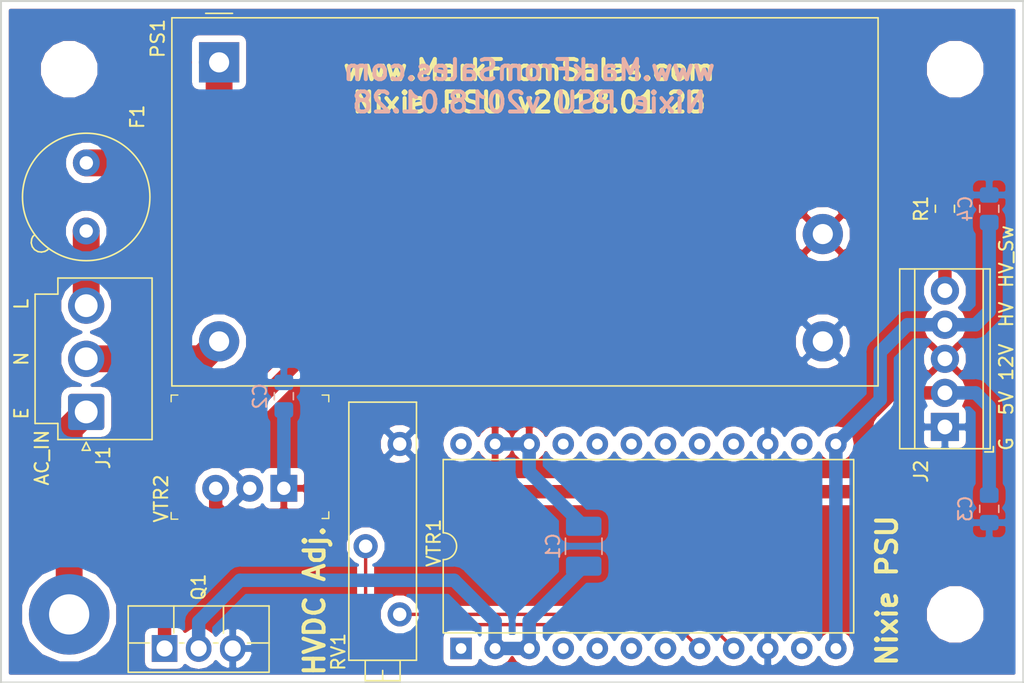
<source format=kicad_pcb>
(kicad_pcb (version 20171130) (host pcbnew "(5.0.2)-1")

  (general
    (thickness 1.6)
    (drawings 20)
    (tracks 59)
    (zones 0)
    (modules 17)
    (nets 14)
  )

  (page A4)
  (layers
    (0 F.Cu signal)
    (31 B.Cu signal)
    (32 B.Adhes user)
    (33 F.Adhes user)
    (34 B.Paste user)
    (35 F.Paste user)
    (36 B.SilkS user)
    (37 F.SilkS user)
    (38 B.Mask user)
    (39 F.Mask user)
    (40 Dwgs.User user)
    (41 Cmts.User user)
    (42 Eco1.User user)
    (43 Eco2.User user)
    (44 Edge.Cuts user)
    (45 Margin user)
    (46 B.CrtYd user)
    (47 F.CrtYd user)
    (48 B.Fab user hide)
    (49 F.Fab user hide)
  )

  (setup
    (last_trace_width 2)
    (user_trace_width 2)
    (trace_clearance 0.4)
    (zone_clearance 0.508)
    (zone_45_only no)
    (trace_min 0.2)
    (segment_width 0.2)
    (edge_width 0.15)
    (via_size 0.8)
    (via_drill 0.4)
    (via_min_size 0.4)
    (via_min_drill 0.3)
    (uvia_size 0.3)
    (uvia_drill 0.1)
    (uvias_allowed no)
    (uvia_min_size 0.2)
    (uvia_min_drill 0.1)
    (pcb_text_width 0.3)
    (pcb_text_size 1.5 1.5)
    (mod_edge_width 0.15)
    (mod_text_size 1 1)
    (mod_text_width 0.15)
    (pad_size 1.524 1.524)
    (pad_drill 0.762)
    (pad_to_mask_clearance 0.051)
    (solder_mask_min_width 0.25)
    (aux_axis_origin 0 0)
    (visible_elements 7FFFFFFF)
    (pcbplotparams
      (layerselection 0x010fc_ffffffff)
      (usegerberextensions false)
      (usegerberattributes false)
      (usegerberadvancedattributes false)
      (creategerberjobfile false)
      (excludeedgelayer true)
      (linewidth 0.100000)
      (plotframeref false)
      (viasonmask false)
      (mode 1)
      (useauxorigin false)
      (hpglpennumber 1)
      (hpglpenspeed 20)
      (hpglpendiameter 15.000000)
      (psnegative false)
      (psa4output false)
      (plotreference true)
      (plotvalue false)
      (plotinvisibletext false)
      (padsonsilk false)
      (subtractmaskfromsilk false)
      (outputformat 1)
      (mirror false)
      (drillshape 0)
      (scaleselection 1)
      (outputdirectory "Gerbers/"))
  )

  (net 0 "")
  (net 1 GND)
  (net 2 +12V)
  (net 3 +5V)
  (net 4 +VDC)
  (net 5 "Net-(RV1-Pad2)")
  (net 6 "Net-(RV1-Pad3)")
  (net 7 "Net-(F1-Pad1)")
  (net 8 "Net-(F1-Pad2)")
  (net 9 "Net-(C1-Pad1)")
  (net 10 Earth)
  (net 11 "Net-(J1-Pad2)")
  (net 12 "Net-(Q1-Pad1)")
  (net 13 /HVDC_Ctrl)

  (net_class Default "This is the default net class."
    (clearance 0.4)
    (trace_width 1)
    (via_dia 0.8)
    (via_drill 0.4)
    (uvia_dia 0.3)
    (uvia_drill 0.1)
    (add_net +12V)
    (add_net +5V)
    (add_net +VDC)
    (add_net /HVDC_Ctrl)
    (add_net Earth)
    (add_net GND)
    (add_net "Net-(C1-Pad1)")
    (add_net "Net-(Q1-Pad1)")
  )

  (net_class Data ""
    (clearance 0.25)
    (trace_width 0.25)
    (via_dia 0.8)
    (via_drill 0.4)
    (uvia_dia 0.3)
    (uvia_drill 0.1)
    (add_net "Net-(RV1-Pad2)")
    (add_net "Net-(RV1-Pad3)")
  )

  (net_class Mains ""
    (clearance 0.5)
    (trace_width 2)
    (via_dia 0.8)
    (via_drill 0.4)
    (uvia_dia 0.3)
    (uvia_drill 0.1)
    (add_net "Net-(F1-Pad1)")
    (add_net "Net-(F1-Pad2)")
    (add_net "Net-(J1-Pad2)")
  )

  (module Resistor_SMD:R_0805_2012Metric_Pad1.15x1.40mm_HandSolder (layer F.Cu) (tedit 5B36C52B) (tstamp 5C5C107C)
    (at 159.258 66.285 270)
    (descr "Resistor SMD 0805 (2012 Metric), square (rectangular) end terminal, IPC_7351 nominal with elongated pad for handsoldering. (Body size source: https://docs.google.com/spreadsheets/d/1BsfQQcO9C6DZCsRaXUlFlo91Tg2WpOkGARC1WS5S8t0/edit?usp=sharing), generated with kicad-footprint-generator")
    (tags "resistor handsolder")
    (path /5C535AE9)
    (attr smd)
    (fp_text reference R1 (at 0.009 1.778 270) (layer F.SilkS)
      (effects (font (size 1 1) (thickness 0.15)))
    )
    (fp_text value R (at 0 1.65 270) (layer F.Fab)
      (effects (font (size 1 1) (thickness 0.15)))
    )
    (fp_line (start -1 0.6) (end -1 -0.6) (layer F.Fab) (width 0.1))
    (fp_line (start -1 -0.6) (end 1 -0.6) (layer F.Fab) (width 0.1))
    (fp_line (start 1 -0.6) (end 1 0.6) (layer F.Fab) (width 0.1))
    (fp_line (start 1 0.6) (end -1 0.6) (layer F.Fab) (width 0.1))
    (fp_line (start -0.261252 -0.71) (end 0.261252 -0.71) (layer F.SilkS) (width 0.12))
    (fp_line (start -0.261252 0.71) (end 0.261252 0.71) (layer F.SilkS) (width 0.12))
    (fp_line (start -1.85 0.95) (end -1.85 -0.95) (layer F.CrtYd) (width 0.05))
    (fp_line (start -1.85 -0.95) (end 1.85 -0.95) (layer F.CrtYd) (width 0.05))
    (fp_line (start 1.85 -0.95) (end 1.85 0.95) (layer F.CrtYd) (width 0.05))
    (fp_line (start 1.85 0.95) (end -1.85 0.95) (layer F.CrtYd) (width 0.05))
    (fp_text user %R (at 0 0 270) (layer F.Fab)
      (effects (font (size 0.5 0.5) (thickness 0.08)))
    )
    (pad 1 smd roundrect (at -1.025 0 270) (size 1.15 1.4) (layers F.Cu F.Paste F.Mask) (roundrect_rratio 0.217391)
      (net 12 "Net-(Q1-Pad1)"))
    (pad 2 smd roundrect (at 1.025 0 270) (size 1.15 1.4) (layers F.Cu F.Paste F.Mask) (roundrect_rratio 0.217391)
      (net 13 /HVDC_Ctrl))
    (model ${KISYS3DMOD}/Resistor_SMD.3dshapes/R_0805_2012Metric.wrl
      (at (xyz 0 0 0))
      (scale (xyz 1 1 1))
      (rotate (xyz 0 0 0))
    )
  )

  (module Capacitor_SMD:C_1210_3225Metric_Pad1.42x2.65mm_HandSolder (layer B.Cu) (tedit 5B301BBE) (tstamp 5C5C1F34)
    (at 132.334 91.44 90)
    (descr "Capacitor SMD 1210 (3225 Metric), square (rectangular) end terminal, IPC_7351 nominal with elongated pad for handsoldering. (Body size source: http://www.tortai-tech.com/upload/download/2011102023233369053.pdf), generated with kicad-footprint-generator")
    (tags "capacitor handsolder")
    (path /5C620A8E)
    (attr smd)
    (fp_text reference C1 (at 0 -2.286 90) (layer B.SilkS)
      (effects (font (size 1 1) (thickness 0.15)) (justify mirror))
    )
    (fp_text value 47u (at 0 -2.28 90) (layer B.Fab)
      (effects (font (size 1 1) (thickness 0.15)) (justify mirror))
    )
    (fp_line (start -1.6 -1.25) (end -1.6 1.25) (layer B.Fab) (width 0.1))
    (fp_line (start -1.6 1.25) (end 1.6 1.25) (layer B.Fab) (width 0.1))
    (fp_line (start 1.6 1.25) (end 1.6 -1.25) (layer B.Fab) (width 0.1))
    (fp_line (start 1.6 -1.25) (end -1.6 -1.25) (layer B.Fab) (width 0.1))
    (fp_line (start -0.602064 1.36) (end 0.602064 1.36) (layer B.SilkS) (width 0.12))
    (fp_line (start -0.602064 -1.36) (end 0.602064 -1.36) (layer B.SilkS) (width 0.12))
    (fp_line (start -2.45 -1.58) (end -2.45 1.58) (layer B.CrtYd) (width 0.05))
    (fp_line (start -2.45 1.58) (end 2.45 1.58) (layer B.CrtYd) (width 0.05))
    (fp_line (start 2.45 1.58) (end 2.45 -1.58) (layer B.CrtYd) (width 0.05))
    (fp_line (start 2.45 -1.58) (end -2.45 -1.58) (layer B.CrtYd) (width 0.05))
    (fp_text user %R (at 0 0 90) (layer B.Fab)
      (effects (font (size 0.8 0.8) (thickness 0.12)) (justify mirror))
    )
    (pad 1 smd roundrect (at -1.4875 0 90) (size 1.425 2.65) (layers B.Cu B.Paste B.Mask) (roundrect_rratio 0.175439)
      (net 9 "Net-(C1-Pad1)"))
    (pad 2 smd roundrect (at 1.4875 0 90) (size 1.425 2.65) (layers B.Cu B.Paste B.Mask) (roundrect_rratio 0.175439)
      (net 2 +12V))
    (model ${KISYS3DMOD}/Capacitor_SMD.3dshapes/C_1210_3225Metric.wrl
      (at (xyz 0 0 0))
      (scale (xyz 1 1 1))
      (rotate (xyz 0 0 0))
    )
  )

  (module Capacitor_SMD:C_0805_2012Metric_Pad1.15x1.40mm_HandSolder (layer B.Cu) (tedit 5B36C52B) (tstamp 5C5C2B1B)
    (at 109.982 80.255 90)
    (descr "Capacitor SMD 0805 (2012 Metric), square (rectangular) end terminal, IPC_7351 nominal with elongated pad for handsoldering. (Body size source: https://docs.google.com/spreadsheets/d/1BsfQQcO9C6DZCsRaXUlFlo91Tg2WpOkGARC1WS5S8t0/edit?usp=sharing), generated with kicad-footprint-generator")
    (tags "capacitor handsolder")
    (path /5C620B06)
    (attr smd)
    (fp_text reference C2 (at -0.009 -1.778 90) (layer B.SilkS)
      (effects (font (size 1 1) (thickness 0.15)) (justify mirror))
    )
    (fp_text value 10u (at 0 -1.65 90) (layer B.Fab)
      (effects (font (size 1 1) (thickness 0.15)) (justify mirror))
    )
    (fp_line (start -1 -0.6) (end -1 0.6) (layer B.Fab) (width 0.1))
    (fp_line (start -1 0.6) (end 1 0.6) (layer B.Fab) (width 0.1))
    (fp_line (start 1 0.6) (end 1 -0.6) (layer B.Fab) (width 0.1))
    (fp_line (start 1 -0.6) (end -1 -0.6) (layer B.Fab) (width 0.1))
    (fp_line (start -0.261252 0.71) (end 0.261252 0.71) (layer B.SilkS) (width 0.12))
    (fp_line (start -0.261252 -0.71) (end 0.261252 -0.71) (layer B.SilkS) (width 0.12))
    (fp_line (start -1.85 -0.95) (end -1.85 0.95) (layer B.CrtYd) (width 0.05))
    (fp_line (start -1.85 0.95) (end 1.85 0.95) (layer B.CrtYd) (width 0.05))
    (fp_line (start 1.85 0.95) (end 1.85 -0.95) (layer B.CrtYd) (width 0.05))
    (fp_line (start 1.85 -0.95) (end -1.85 -0.95) (layer B.CrtYd) (width 0.05))
    (fp_text user %R (at 0 0 90) (layer B.Fab)
      (effects (font (size 0.5 0.5) (thickness 0.08)) (justify mirror))
    )
    (pad 1 smd roundrect (at -1.025 0 90) (size 1.15 1.4) (layers B.Cu B.Paste B.Mask) (roundrect_rratio 0.217391)
      (net 2 +12V))
    (pad 2 smd roundrect (at 1.025 0 90) (size 1.15 1.4) (layers B.Cu B.Paste B.Mask) (roundrect_rratio 0.217391)
      (net 1 GND))
    (model ${KISYS3DMOD}/Capacitor_SMD.3dshapes/C_0805_2012Metric.wrl
      (at (xyz 0 0 0))
      (scale (xyz 1 1 1))
      (rotate (xyz 0 0 0))
    )
  )

  (module Capacitor_SMD:C_0805_2012Metric_Pad1.15x1.40mm_HandSolder (layer B.Cu) (tedit 5B36C52B) (tstamp 5C3D117F)
    (at 162.56 88.655 270)
    (descr "Capacitor SMD 0805 (2012 Metric), square (rectangular) end terminal, IPC_7351 nominal with elongated pad for handsoldering. (Body size source: https://docs.google.com/spreadsheets/d/1BsfQQcO9C6DZCsRaXUlFlo91Tg2WpOkGARC1WS5S8t0/edit?usp=sharing), generated with kicad-footprint-generator")
    (tags "capacitor handsolder")
    (path /5C620ACA)
    (attr smd)
    (fp_text reference C3 (at -0.009 1.778 270) (layer B.SilkS)
      (effects (font (size 1 1) (thickness 0.15)) (justify mirror))
    )
    (fp_text value 22u (at 0 -1.65 270) (layer B.Fab)
      (effects (font (size 1 1) (thickness 0.15)) (justify mirror))
    )
    (fp_text user %R (at 0 0 270) (layer B.Fab)
      (effects (font (size 0.5 0.5) (thickness 0.08)) (justify mirror))
    )
    (fp_line (start 1.85 -0.95) (end -1.85 -0.95) (layer B.CrtYd) (width 0.05))
    (fp_line (start 1.85 0.95) (end 1.85 -0.95) (layer B.CrtYd) (width 0.05))
    (fp_line (start -1.85 0.95) (end 1.85 0.95) (layer B.CrtYd) (width 0.05))
    (fp_line (start -1.85 -0.95) (end -1.85 0.95) (layer B.CrtYd) (width 0.05))
    (fp_line (start -0.261252 -0.71) (end 0.261252 -0.71) (layer B.SilkS) (width 0.12))
    (fp_line (start -0.261252 0.71) (end 0.261252 0.71) (layer B.SilkS) (width 0.12))
    (fp_line (start 1 -0.6) (end -1 -0.6) (layer B.Fab) (width 0.1))
    (fp_line (start 1 0.6) (end 1 -0.6) (layer B.Fab) (width 0.1))
    (fp_line (start -1 0.6) (end 1 0.6) (layer B.Fab) (width 0.1))
    (fp_line (start -1 -0.6) (end -1 0.6) (layer B.Fab) (width 0.1))
    (pad 2 smd roundrect (at 1.025 0 270) (size 1.15 1.4) (layers B.Cu B.Paste B.Mask) (roundrect_rratio 0.217391)
      (net 1 GND))
    (pad 1 smd roundrect (at -1.025 0 270) (size 1.15 1.4) (layers B.Cu B.Paste B.Mask) (roundrect_rratio 0.217391)
      (net 3 +5V))
    (model ${KISYS3DMOD}/Capacitor_SMD.3dshapes/C_0805_2012Metric.wrl
      (at (xyz 0 0 0))
      (scale (xyz 1 1 1))
      (rotate (xyz 0 0 0))
    )
  )

  (module Capacitor_SMD:C_0805_2012Metric_Pad1.15x1.40mm_HandSolder (layer B.Cu) (tedit 5B36C52B) (tstamp 5C3D11AF)
    (at 162.56 66.285 270)
    (descr "Capacitor SMD 0805 (2012 Metric), square (rectangular) end terminal, IPC_7351 nominal with elongated pad for handsoldering. (Body size source: https://docs.google.com/spreadsheets/d/1BsfQQcO9C6DZCsRaXUlFlo91Tg2WpOkGARC1WS5S8t0/edit?usp=sharing), generated with kicad-footprint-generator")
    (tags "capacitor handsolder")
    (path /5C620A52)
    (attr smd)
    (fp_text reference C4 (at 0 1.778 270) (layer B.SilkS)
      (effects (font (size 1 1) (thickness 0.15)) (justify mirror))
    )
    (fp_text value 4700p (at 0 -1.65 270) (layer B.Fab)
      (effects (font (size 1 1) (thickness 0.15)) (justify mirror))
    )
    (fp_line (start -1 -0.6) (end -1 0.6) (layer B.Fab) (width 0.1))
    (fp_line (start -1 0.6) (end 1 0.6) (layer B.Fab) (width 0.1))
    (fp_line (start 1 0.6) (end 1 -0.6) (layer B.Fab) (width 0.1))
    (fp_line (start 1 -0.6) (end -1 -0.6) (layer B.Fab) (width 0.1))
    (fp_line (start -0.261252 0.71) (end 0.261252 0.71) (layer B.SilkS) (width 0.12))
    (fp_line (start -0.261252 -0.71) (end 0.261252 -0.71) (layer B.SilkS) (width 0.12))
    (fp_line (start -1.85 -0.95) (end -1.85 0.95) (layer B.CrtYd) (width 0.05))
    (fp_line (start -1.85 0.95) (end 1.85 0.95) (layer B.CrtYd) (width 0.05))
    (fp_line (start 1.85 0.95) (end 1.85 -0.95) (layer B.CrtYd) (width 0.05))
    (fp_line (start 1.85 -0.95) (end -1.85 -0.95) (layer B.CrtYd) (width 0.05))
    (fp_text user %R (at 0 0 270) (layer B.Fab)
      (effects (font (size 0.5 0.5) (thickness 0.08)) (justify mirror))
    )
    (pad 1 smd roundrect (at -1.025 0 270) (size 1.15 1.4) (layers B.Cu B.Paste B.Mask) (roundrect_rratio 0.217391)
      (net 1 GND))
    (pad 2 smd roundrect (at 1.025 0 270) (size 1.15 1.4) (layers B.Cu B.Paste B.Mask) (roundrect_rratio 0.217391)
      (net 4 +VDC))
    (model ${KISYS3DMOD}/Capacitor_SMD.3dshapes/C_0805_2012Metric.wrl
      (at (xyz 0 0 0))
      (scale (xyz 1 1 1))
      (rotate (xyz 0 0 0))
    )
  )

  (module Converter_ACDC:Converter_ACDC_MeanWell_IRM-20-xx_THT (layer F.Cu) (tedit 59FD95D5) (tstamp 5C3D0EE4)
    (at 105.156 55.372)
    (descr "ACDC-Converter, 20W, Meanwell, IRM-20, THT http://www.meanwell.com/webapp/product/search.aspx?prod=IRM-20")
    (tags "ACDC-Converter 20W   Meanwell IRM-20")
    (path /5C6208BE)
    (fp_text reference PS1 (at -4.572 -1.778 90) (layer F.SilkS)
      (effects (font (size 1 1) (thickness 0.15)))
    )
    (fp_text value IRM-20-12 (at 22.5 25) (layer F.Fab)
      (effects (font (size 1 1) (thickness 0.15)))
    )
    (fp_line (start 1 -3.65) (end -1 -3.65) (layer F.SilkS) (width 0.12))
    (fp_line (start 49.12 -3.32) (end 49.12 24.12) (layer F.SilkS) (width 0.12))
    (fp_line (start -3.52 -3.32) (end 49.12 -3.32) (layer F.SilkS) (width 0.12))
    (fp_line (start -3.4 24) (end 49 24) (layer F.Fab) (width 0.1))
    (fp_line (start 49 -3.2) (end 1 -3.2) (layer F.Fab) (width 0.1))
    (fp_line (start -3.65 -3.45) (end -3.65 24.25) (layer F.CrtYd) (width 0.05))
    (fp_text user %R (at 22.5 10.4) (layer F.Fab)
      (effects (font (size 1 1) (thickness 0.15)))
    )
    (fp_line (start -3.4 -3.2) (end -3.4 24) (layer F.Fab) (width 0.1))
    (fp_line (start -3.52 24.12) (end 49.12 24.12) (layer F.SilkS) (width 0.12))
    (fp_line (start -3.52 -3.32) (end -3.52 24.12) (layer F.SilkS) (width 0.12))
    (fp_line (start 49 -3.2) (end 49 24) (layer F.Fab) (width 0.1))
    (fp_line (start -3.65 24.25) (end 49.25 24.25) (layer F.CrtYd) (width 0.05))
    (fp_line (start -3.65 -3.45) (end 49.25 -3.45) (layer F.CrtYd) (width 0.05))
    (fp_line (start 49.25 -3.45) (end 49.25 24.25) (layer F.CrtYd) (width 0.05))
    (fp_line (start -1 -3.2) (end -3.4 -3.2) (layer F.Fab) (width 0.1))
    (fp_line (start 0 -2.2) (end -1 -3.2) (layer F.Fab) (width 0.1))
    (fp_line (start 1 -3.2) (end 0 -2.2) (layer F.Fab) (width 0.1))
    (pad 3 thru_hole circle (at 45 20.8) (size 3 3) (drill 1.5) (layers *.Cu *.Mask)
      (net 1 GND))
    (pad 2 thru_hole circle (at 0 20.8) (size 3 3) (drill 1.5) (layers *.Cu *.Mask)
      (net 11 "Net-(J1-Pad2)"))
    (pad 4 thru_hole circle (at 45 12.8) (size 3 3) (drill 1.5) (layers *.Cu *.Mask)
      (net 2 +12V))
    (pad 1 thru_hole rect (at 0 0) (size 3 3) (drill 1.5) (layers *.Cu *.Mask)
      (net 7 "Net-(F1-Pad1)"))
    (model ${KISYS3DMOD}/Converter_ACDC.3dshapes/Converter_ACDC_MeanWell_IRM-20-xx_THT.wrl
      (at (xyz 0 0 0))
      (scale (xyz 1 1 1))
      (rotate (xyz 0 0 0))
    )
  )

  (module Potentiometer_THT:Potentiometer_Vishay_43_Horizontal (layer F.Cu) (tedit 5A3D4994) (tstamp 5C55FFD9)
    (at 118.618 83.82 90)
    (descr "Potentiometer, horizontal, Vishay 43, http://www.vishay.com/docs/57026/43.pdf")
    (tags "Potentiometer horizontal Vishay 43")
    (path /5C620B67)
    (fp_text reference RV1 (at -15.494 -4.572 270) (layer F.SilkS)
      (effects (font (size 1 1) (thickness 0.15)))
    )
    (fp_text value "R_POT 5K" (at -7.26 2.38 90) (layer F.Fab)
      (effects (font (size 1 1) (thickness 0.15)))
    )
    (fp_line (start -16 -3.67) (end -16 1.13) (layer F.Fab) (width 0.1))
    (fp_line (start -16 1.13) (end 3 1.13) (layer F.Fab) (width 0.1))
    (fp_line (start 3 1.13) (end 3 -3.67) (layer F.Fab) (width 0.1))
    (fp_line (start 3 -3.67) (end -16 -3.67) (layer F.Fab) (width 0.1))
    (fp_line (start -17.52 -2.45) (end -17.52 -0.09) (layer F.Fab) (width 0.1))
    (fp_line (start -17.52 -0.09) (end -16 -0.09) (layer F.Fab) (width 0.1))
    (fp_line (start -16 -0.09) (end -16 -2.45) (layer F.Fab) (width 0.1))
    (fp_line (start -16 -2.45) (end -17.52 -2.45) (layer F.Fab) (width 0.1))
    (fp_line (start -17.52 -1.27) (end -16.76 -1.27) (layer F.Fab) (width 0.1))
    (fp_line (start -16.12 -3.79) (end 3.12 -3.79) (layer F.SilkS) (width 0.12))
    (fp_line (start -16.12 1.25) (end 3.12 1.25) (layer F.SilkS) (width 0.12))
    (fp_line (start -16.12 -3.79) (end -16.12 1.25) (layer F.SilkS) (width 0.12))
    (fp_line (start 3.12 -3.79) (end 3.12 1.25) (layer F.SilkS) (width 0.12))
    (fp_line (start -17.64 -2.57) (end -16.121 -2.57) (layer F.SilkS) (width 0.12))
    (fp_line (start -17.64 0.03) (end -16.121 0.03) (layer F.SilkS) (width 0.12))
    (fp_line (start -17.64 -2.57) (end -17.64 0.03) (layer F.SilkS) (width 0.12))
    (fp_line (start -16.121 -2.57) (end -16.121 0.03) (layer F.SilkS) (width 0.12))
    (fp_line (start -17.64 -1.27) (end -16.881 -1.27) (layer F.SilkS) (width 0.12))
    (fp_line (start -17.8 -3.95) (end -17.8 1.4) (layer F.CrtYd) (width 0.05))
    (fp_line (start -17.8 1.4) (end 3.25 1.4) (layer F.CrtYd) (width 0.05))
    (fp_line (start 3.25 1.4) (end 3.25 -3.95) (layer F.CrtYd) (width 0.05))
    (fp_line (start 3.25 -3.95) (end -17.8 -3.95) (layer F.CrtYd) (width 0.05))
    (fp_text user %R (at -6.5 -1.27 90) (layer F.Fab)
      (effects (font (size 1 1) (thickness 0.15)))
    )
    (pad 1 thru_hole circle (at 0 0 90) (size 1.8 1.8) (drill 1) (layers *.Cu *.Mask)
      (net 1 GND))
    (pad 2 thru_hole circle (at -7.62 -2.54 90) (size 1.8 1.8) (drill 1) (layers *.Cu *.Mask)
      (net 5 "Net-(RV1-Pad2)"))
    (pad 3 thru_hole circle (at -12.7 0 90) (size 1.8 1.8) (drill 1) (layers *.Cu *.Mask)
      (net 6 "Net-(RV1-Pad3)"))
    (model ${KISYS3DMOD}/Potentiometer_THT.3dshapes/Potentiometer_Vishay_43_Horizontal.wrl
      (at (xyz 0 0 0))
      (scale (xyz 1 1 1))
      (rotate (xyz 0 0 0))
    )
  )

  (module Package_DIP:DIP-24_W15.24mm (layer F.Cu) (tedit 5A02E8C5) (tstamp 5C55FF66)
    (at 123.19 99.06 90)
    (descr "24-lead though-hole mounted DIP package, row spacing 15.24 mm (600 mils)")
    (tags "THT DIP DIL PDIP 2.54mm 15.24mm 600mil")
    (path /5C62046C)
    (fp_text reference VTR1 (at 7.874 -2.032 270) (layer F.SilkS)
      (effects (font (size 1 1) (thickness 0.15)))
    )
    (fp_text value Recom_R15-150B (at 7.62 30.27 90) (layer F.Fab)
      (effects (font (size 1 1) (thickness 0.15)))
    )
    (fp_arc (start 7.62 -1.33) (end 6.62 -1.33) (angle -180) (layer F.SilkS) (width 0.12))
    (fp_line (start 1.255 -1.27) (end 14.985 -1.27) (layer F.Fab) (width 0.1))
    (fp_line (start 14.985 -1.27) (end 14.985 29.21) (layer F.Fab) (width 0.1))
    (fp_line (start 14.985 29.21) (end 0.255 29.21) (layer F.Fab) (width 0.1))
    (fp_line (start 0.255 29.21) (end 0.255 -0.27) (layer F.Fab) (width 0.1))
    (fp_line (start 0.255 -0.27) (end 1.255 -1.27) (layer F.Fab) (width 0.1))
    (fp_line (start 6.62 -1.33) (end 1.16 -1.33) (layer F.SilkS) (width 0.12))
    (fp_line (start 1.16 -1.33) (end 1.16 29.27) (layer F.SilkS) (width 0.12))
    (fp_line (start 1.16 29.27) (end 14.08 29.27) (layer F.SilkS) (width 0.12))
    (fp_line (start 14.08 29.27) (end 14.08 -1.33) (layer F.SilkS) (width 0.12))
    (fp_line (start 14.08 -1.33) (end 8.62 -1.33) (layer F.SilkS) (width 0.12))
    (fp_line (start -1.05 -1.55) (end -1.05 29.5) (layer F.CrtYd) (width 0.05))
    (fp_line (start -1.05 29.5) (end 16.3 29.5) (layer F.CrtYd) (width 0.05))
    (fp_line (start 16.3 29.5) (end 16.3 -1.55) (layer F.CrtYd) (width 0.05))
    (fp_line (start 16.3 -1.55) (end -1.05 -1.55) (layer F.CrtYd) (width 0.05))
    (fp_text user %R (at 7.62 13.97 90) (layer F.Fab)
      (effects (font (size 1 1) (thickness 0.15)))
    )
    (pad 1 thru_hole rect (at 0 0 90) (size 1.6 1.6) (drill 0.8) (layers *.Cu *.Mask))
    (pad 13 thru_hole oval (at 15.24 27.94 90) (size 1.6 1.6) (drill 0.8) (layers *.Cu *.Mask)
      (net 4 +VDC))
    (pad 2 thru_hole oval (at 0 2.54 90) (size 1.6 1.6) (drill 0.8) (layers *.Cu *.Mask)
      (net 9 "Net-(C1-Pad1)"))
    (pad 14 thru_hole oval (at 15.24 25.4 90) (size 1.6 1.6) (drill 0.8) (layers *.Cu *.Mask))
    (pad 3 thru_hole oval (at 0 5.08 90) (size 1.6 1.6) (drill 0.8) (layers *.Cu *.Mask)
      (net 9 "Net-(C1-Pad1)"))
    (pad 15 thru_hole oval (at 15.24 22.86 90) (size 1.6 1.6) (drill 0.8) (layers *.Cu *.Mask)
      (net 1 GND))
    (pad 4 thru_hole oval (at 0 7.62 90) (size 1.6 1.6) (drill 0.8) (layers *.Cu *.Mask))
    (pad 16 thru_hole oval (at 15.24 20.32 90) (size 1.6 1.6) (drill 0.8) (layers *.Cu *.Mask))
    (pad 5 thru_hole oval (at 0 10.16 90) (size 1.6 1.6) (drill 0.8) (layers *.Cu *.Mask))
    (pad 17 thru_hole oval (at 15.24 17.78 90) (size 1.6 1.6) (drill 0.8) (layers *.Cu *.Mask))
    (pad 6 thru_hole oval (at 0 12.7 90) (size 1.6 1.6) (drill 0.8) (layers *.Cu *.Mask))
    (pad 18 thru_hole oval (at 15.24 15.24 90) (size 1.6 1.6) (drill 0.8) (layers *.Cu *.Mask))
    (pad 7 thru_hole oval (at 0 15.24 90) (size 1.6 1.6) (drill 0.8) (layers *.Cu *.Mask))
    (pad 19 thru_hole oval (at 15.24 12.7 90) (size 1.6 1.6) (drill 0.8) (layers *.Cu *.Mask))
    (pad 8 thru_hole oval (at 0 17.78 90) (size 1.6 1.6) (drill 0.8) (layers *.Cu *.Mask)
      (net 5 "Net-(RV1-Pad2)"))
    (pad 20 thru_hole oval (at 15.24 10.16 90) (size 1.6 1.6) (drill 0.8) (layers *.Cu *.Mask))
    (pad 9 thru_hole oval (at 0 20.32 90) (size 1.6 1.6) (drill 0.8) (layers *.Cu *.Mask)
      (net 6 "Net-(RV1-Pad3)"))
    (pad 21 thru_hole oval (at 15.24 7.62 90) (size 1.6 1.6) (drill 0.8) (layers *.Cu *.Mask))
    (pad 10 thru_hole oval (at 0 22.86 90) (size 1.6 1.6) (drill 0.8) (layers *.Cu *.Mask)
      (net 1 GND))
    (pad 22 thru_hole oval (at 15.24 5.08 90) (size 1.6 1.6) (drill 0.8) (layers *.Cu *.Mask)
      (net 2 +12V))
    (pad 11 thru_hole oval (at 0 25.4 90) (size 1.6 1.6) (drill 0.8) (layers *.Cu *.Mask))
    (pad 23 thru_hole oval (at 15.24 2.54 90) (size 1.6 1.6) (drill 0.8) (layers *.Cu *.Mask)
      (net 2 +12V))
    (pad 12 thru_hole oval (at 0 27.94 90) (size 1.6 1.6) (drill 0.8) (layers *.Cu *.Mask)
      (net 4 +VDC))
    (pad 24 thru_hole oval (at 15.24 0 90) (size 1.6 1.6) (drill 0.8) (layers *.Cu *.Mask))
    (model ${KISYS3DMOD}/Package_DIP.3dshapes/DIP-24_W15.24mm.wrl
      (at (xyz 0 0 0))
      (scale (xyz 1 1 1))
      (rotate (xyz 0 0 0))
    )
  )

  (module digikey-footprints:3-SIP_Module_V7805-1000 (layer F.Cu) (tedit 59C4038A) (tstamp 5C5C2ADB)
    (at 109.982 87.122 180)
    (descr http://www.cui.com/product/resource/v78xx-1000.pdf)
    (path /5C620592)
    (fp_text reference VTR2 (at 9.144 -0.762 270) (layer F.SilkS)
      (effects (font (size 1 1) (thickness 0.15)))
    )
    (fp_text value V7805-1000 (at 2.53 8.04 180) (layer F.Fab)
      (effects (font (size 1 1) (thickness 0.15)))
    )
    (fp_text user %R (at 2.51 3.57 180) (layer F.Fab)
      (effects (font (size 1 1) (thickness 0.15)))
    )
    (fp_line (start 8.55 7.1) (end -3.45 7.1) (layer F.CrtYd) (width 0.05))
    (fp_line (start -3.45 -2.4) (end -3.45 7.1) (layer F.CrtYd) (width 0.05))
    (fp_line (start 8.55 -2.4) (end -3.45 -2.4) (layer F.CrtYd) (width 0.05))
    (fp_line (start 8.55 -2.4) (end 8.55 7.1) (layer F.CrtYd) (width 0.05))
    (fp_line (start -3.35 6.95) (end -3.35 6.45) (layer F.SilkS) (width 0.1))
    (fp_line (start -3.35 6.95) (end -2.85 6.95) (layer F.SilkS) (width 0.1))
    (fp_line (start 8.4 6.95) (end 7.9 6.95) (layer F.SilkS) (width 0.1))
    (fp_line (start 8.4 6.95) (end 8.4 6.45) (layer F.SilkS) (width 0.1))
    (fp_line (start -3.35 -2.25) (end -3.35 -1.75) (layer F.SilkS) (width 0.1))
    (fp_line (start -3.35 -2.25) (end -2.85 -2.25) (layer F.SilkS) (width 0.1))
    (fp_line (start 8.4 -2.3) (end 7.9 -2.3) (layer F.SilkS) (width 0.1))
    (fp_line (start 8.4 -2.3) (end 8.4 -1.8) (layer F.SilkS) (width 0.1))
    (fp_line (start -3.205 6.85) (end 8.295 6.85) (layer F.Fab) (width 0.1))
    (fp_line (start -3.21 -2.15) (end -3.21 6.85) (layer F.Fab) (width 0.1))
    (fp_line (start -3.2 -2.15) (end -3.2 6.85) (layer F.Fab) (width 0.1))
    (fp_line (start 8.3 -2.15) (end 8.3 6.85) (layer F.Fab) (width 0.1))
    (fp_line (start -3.205 -2.15) (end 8.295 -2.15) (layer F.Fab) (width 0.1))
    (pad 1 thru_hole rect (at 0 0 180) (size 2 2) (drill 1) (layers *.Cu *.Mask)
      (net 2 +12V))
    (pad 2 thru_hole circle (at 2.54 0 180) (size 2 2) (drill 1) (layers *.Cu *.Mask)
      (net 1 GND))
    (pad 3 thru_hole circle (at 5.08 0 180) (size 2 2) (drill 1) (layers *.Cu *.Mask)
      (net 3 +5V))
  )

  (module MountingHole:MountingHole_3mm_Pad (layer F.Cu) (tedit 5C3D0D76) (tstamp 5C56035B)
    (at 93.98 96.52)
    (descr "Mounting Hole 3mm")
    (tags "mounting hole 3mm")
    (path /5C6375B7)
    (attr virtual)
    (fp_text reference H1 (at 0 -4) (layer F.SilkS) hide
      (effects (font (size 1 1) (thickness 0.15)))
    )
    (fp_text value MountingHole_Pad (at 0 4) (layer F.Fab) hide
      (effects (font (size 1 1) (thickness 0.15)))
    )
    (fp_text user %R (at 0.3 0) (layer F.Fab)
      (effects (font (size 1 1) (thickness 0.15)))
    )
    (fp_circle (center 0 0) (end 3 0) (layer Cmts.User) (width 0.15))
    (fp_circle (center 0 0) (end 3.25 0) (layer F.CrtYd) (width 0.05))
    (pad 1 thru_hole circle (at 0 0) (size 6 6) (drill 3) (layers *.Cu *.Mask)
      (net 10 Earth))
  )

  (module Fuse:Fuseholder_TR5_Littelfuse_No560_No460 (layer F.Cu) (tedit 5A1C8972) (tstamp 5C58BEB0)
    (at 95.26 62.865 270)
    (descr "Fuse, Fuseholder, TR5, Littelfuse/Wickmann, No. 460, No560,")
    (tags "Fuse Fuseholder TR5 Littelfuse/Wickmann No. 460 No560 ")
    (path /5C4C9C7D)
    (fp_text reference F1 (at -3.429 -3.8 270) (layer F.SilkS)
      (effects (font (size 1 1) (thickness 0.15)))
    )
    (fp_text value Fuse (at 2.39 7.43 270) (layer F.Fab)
      (effects (font (size 1 1) (thickness 0.15)))
    )
    (fp_text user %R (at 2.75 -2.75 270) (layer F.Fab)
      (effects (font (size 1 1) (thickness 0.15)))
    )
    (fp_line (start 5.44 3.94) (end 5.31 3.79) (layer F.Fab) (width 0.1))
    (fp_line (start 5.62 4.02) (end 5.44 3.94) (layer F.Fab) (width 0.1))
    (fp_line (start 5.91 4.06) (end 5.62 4.02) (layer F.Fab) (width 0.1))
    (fp_line (start 6.2 3.98) (end 5.91 4.06) (layer F.Fab) (width 0.1))
    (fp_line (start 6.42 3.81) (end 6.2 3.98) (layer F.Fab) (width 0.1))
    (fp_line (start 6.57 3.55) (end 6.42 3.81) (layer F.Fab) (width 0.1))
    (fp_line (start 6.6 3.29) (end 6.57 3.55) (layer F.Fab) (width 0.1))
    (fp_line (start 6.55 3.04) (end 6.6 3.29) (layer F.Fab) (width 0.1))
    (fp_line (start 6.46 2.88) (end 6.55 3.04) (layer F.Fab) (width 0.1))
    (fp_line (start 6.34 2.74) (end 6.46 2.88) (layer F.Fab) (width 0.1))
    (fp_line (start 6.39 2.79) (end 6.51 2.93) (layer F.SilkS) (width 0.12))
    (fp_line (start 6.51 2.93) (end 6.6 3.09) (layer F.SilkS) (width 0.12))
    (fp_line (start 6.6 3.09) (end 6.65 3.34) (layer F.SilkS) (width 0.12))
    (fp_line (start 6.65 3.34) (end 6.62 3.6) (layer F.SilkS) (width 0.12))
    (fp_line (start 6.62 3.6) (end 6.47 3.86) (layer F.SilkS) (width 0.12))
    (fp_line (start 6.47 3.86) (end 6.25 4.03) (layer F.SilkS) (width 0.12))
    (fp_line (start 6.25 4.03) (end 5.96 4.11) (layer F.SilkS) (width 0.12))
    (fp_line (start 5.96 4.11) (end 5.67 4.07) (layer F.SilkS) (width 0.12))
    (fp_line (start 5.67 4.07) (end 5.49 3.99) (layer F.SilkS) (width 0.12))
    (fp_line (start 5.49 3.99) (end 5.36 3.84) (layer F.SilkS) (width 0.12))
    (fp_line (start -2.46 -4.99) (end 7.54 -4.99) (layer F.CrtYd) (width 0.05))
    (fp_line (start -2.46 -4.99) (end -2.46 5.01) (layer F.CrtYd) (width 0.05))
    (fp_line (start 7.54 5.01) (end 7.54 -4.99) (layer F.CrtYd) (width 0.05))
    (fp_line (start 7.54 5.01) (end -2.46 5.01) (layer F.CrtYd) (width 0.05))
    (fp_circle (center 2.55 0) (end 7.25 0) (layer F.Fab) (width 0.1))
    (fp_circle (center 2.54 0.01) (end 7.29 0.01) (layer F.SilkS) (width 0.12))
    (pad 1 thru_hole circle (at 0 0 270) (size 2 2) (drill 1) (layers *.Cu *.Mask)
      (net 7 "Net-(F1-Pad1)"))
    (pad 2 thru_hole circle (at 5.08 0.01 270) (size 2 2) (drill 1) (layers *.Cu *.Mask)
      (net 8 "Net-(F1-Pad2)"))
    (model ${KISYS3DMOD}/Fuse.3dshapes/Fuseholder_TR5_Littelfuse_No560_No460.wrl
      (at (xyz 0 0 0))
      (scale (xyz 1 1 1))
      (rotate (xyz 0 0 0))
    )
  )

  (module Connector_JST:JST_VH_B3P-VH_1x03_P3.96mm_Vertical (layer F.Cu) (tedit 5B774DBC) (tstamp 5C5C1030)
    (at 95.25 81.43 90)
    (descr "JST VH series connector, B3P-VH (http://www.jst-mfg.com/product/pdf/eng/eVH.pdf), generated with kicad-footprint-generator")
    (tags "connector JST VH side entry")
    (path /5C557808)
    (fp_text reference J1 (at -3.406 1.27 90) (layer F.SilkS)
      (effects (font (size 1 1) (thickness 0.15)))
    )
    (fp_text value Conn_Mains (at 3.96 6 90) (layer F.Fab)
      (effects (font (size 1 1) (thickness 0.15)))
    )
    (fp_line (start -1.95 -2) (end -1.95 4.8) (layer F.Fab) (width 0.1))
    (fp_line (start -1.95 4.8) (end 9.87 4.8) (layer F.Fab) (width 0.1))
    (fp_line (start 9.87 4.8) (end 9.87 -2) (layer F.Fab) (width 0.1))
    (fp_line (start 9.87 -2) (end -1.95 -2) (layer F.Fab) (width 0.1))
    (fp_line (start -0.75 -2) (end -0.75 -3.7) (layer F.Fab) (width 0.1))
    (fp_line (start -0.75 -3.7) (end 8.67 -3.7) (layer F.Fab) (width 0.1))
    (fp_line (start 8.67 -3.7) (end 8.67 -2) (layer F.Fab) (width 0.1))
    (fp_line (start -1.95 -1) (end -0.95 0) (layer F.Fab) (width 0.1))
    (fp_line (start -1.95 1) (end -0.95 0) (layer F.Fab) (width 0.1))
    (fp_line (start -2.45 -4.2) (end -2.45 5.3) (layer F.CrtYd) (width 0.05))
    (fp_line (start -2.45 5.3) (end 10.37 5.3) (layer F.CrtYd) (width 0.05))
    (fp_line (start 10.37 5.3) (end 10.37 -4.2) (layer F.CrtYd) (width 0.05))
    (fp_line (start 10.37 -4.2) (end -2.45 -4.2) (layer F.CrtYd) (width 0.05))
    (fp_line (start -2.06 4.91) (end -2.06 -2.11) (layer F.SilkS) (width 0.12))
    (fp_line (start -2.06 -2.11) (end -0.86 -2.11) (layer F.SilkS) (width 0.12))
    (fp_line (start -0.86 -2.11) (end -0.86 -3.81) (layer F.SilkS) (width 0.12))
    (fp_line (start -0.86 -3.81) (end 8.78 -3.81) (layer F.SilkS) (width 0.12))
    (fp_line (start 8.78 -3.81) (end 8.78 -2.11) (layer F.SilkS) (width 0.12))
    (fp_line (start 8.78 -2.11) (end 9.98 -2.11) (layer F.SilkS) (width 0.12))
    (fp_line (start 9.98 -2.11) (end 9.98 4.91) (layer F.SilkS) (width 0.12))
    (fp_line (start 9.98 4.91) (end -2.06 4.91) (layer F.SilkS) (width 0.12))
    (fp_line (start -2.26 0) (end -2.86 0.3) (layer F.SilkS) (width 0.12))
    (fp_line (start -2.86 0.3) (end -2.86 -0.3) (layer F.SilkS) (width 0.12))
    (fp_line (start -2.86 -0.3) (end -2.26 0) (layer F.SilkS) (width 0.12))
    (fp_text user %R (at 3.96 4.1 90) (layer F.Fab)
      (effects (font (size 1 1) (thickness 0.15)))
    )
    (pad 1 thru_hole roundrect (at 0 0 90) (size 2.7 2.7) (drill 1.7) (layers *.Cu *.Mask) (roundrect_rratio 0.09259299999999999)
      (net 10 Earth))
    (pad 2 thru_hole circle (at 3.96 0 90) (size 2.7 2.7) (drill 1.7) (layers *.Cu *.Mask)
      (net 11 "Net-(J1-Pad2)"))
    (pad 3 thru_hole circle (at 7.92 0 90) (size 2.7 2.7) (drill 1.7) (layers *.Cu *.Mask)
      (net 8 "Net-(F1-Pad2)"))
    (model ${KISYS3DMOD}/Connector_JST.3dshapes/JST_VH_B3P-VH_1x03_P3.96mm_Vertical.wrl
      (at (xyz 0 0 0))
      (scale (xyz 1 1 1))
      (rotate (xyz 0 0 0))
    )
  )

  (module Package_TO_SOT_THT:TO-220F-3_Vertical (layer F.Cu) (tedit 5AC8BA0D) (tstamp 5C5C106B)
    (at 101.092 99.06)
    (descr "TO-220F-3, Vertical, RM 2.54mm, see http://www.st.com/resource/en/datasheet/stp20nm60.pdf")
    (tags "TO-220F-3 Vertical RM 2.54mm")
    (path /5C535A2E)
    (fp_text reference Q1 (at 2.54 -4.572 90) (layer F.SilkS)
      (effects (font (size 1 1) (thickness 0.15)))
    )
    (fp_text value MJE18008-D (at 2.54 2.9025) (layer F.Fab)
      (effects (font (size 1 1) (thickness 0.15)))
    )
    (fp_line (start -2.59 -3.0475) (end -2.59 1.6525) (layer F.Fab) (width 0.1))
    (fp_line (start -2.59 1.6525) (end 7.67 1.6525) (layer F.Fab) (width 0.1))
    (fp_line (start 7.67 1.6525) (end 7.67 -3.0475) (layer F.Fab) (width 0.1))
    (fp_line (start 7.67 -3.0475) (end -2.59 -3.0475) (layer F.Fab) (width 0.1))
    (fp_line (start -2.59 -0.5275) (end 7.67 -0.5275) (layer F.Fab) (width 0.1))
    (fp_line (start 0.69 -3.0475) (end 0.69 -0.5275) (layer F.Fab) (width 0.1))
    (fp_line (start 4.39 -3.0475) (end 4.39 -0.5275) (layer F.Fab) (width 0.1))
    (fp_line (start -2.71 -3.168) (end 7.79 -3.168) (layer F.SilkS) (width 0.12))
    (fp_line (start -2.71 1.773) (end 7.79 1.773) (layer F.SilkS) (width 0.12))
    (fp_line (start -2.71 -3.168) (end -2.71 1.773) (layer F.SilkS) (width 0.12))
    (fp_line (start 7.79 -3.168) (end 7.79 1.773) (layer F.SilkS) (width 0.12))
    (fp_line (start -2.71 -0.408) (end -1.103 -0.408) (layer F.SilkS) (width 0.12))
    (fp_line (start 1.103 -0.408) (end 1.438 -0.408) (layer F.SilkS) (width 0.12))
    (fp_line (start 3.643 -0.408) (end 3.978 -0.408) (layer F.SilkS) (width 0.12))
    (fp_line (start 6.183 -0.408) (end 7.79 -0.408) (layer F.SilkS) (width 0.12))
    (fp_line (start 0.69 -3.168) (end 0.69 -1.15) (layer F.SilkS) (width 0.12))
    (fp_line (start 4.391 -3.168) (end 4.391 -1.15) (layer F.SilkS) (width 0.12))
    (fp_line (start -2.84 -3.3) (end -2.84 1.91) (layer F.CrtYd) (width 0.05))
    (fp_line (start -2.84 1.91) (end 7.92 1.91) (layer F.CrtYd) (width 0.05))
    (fp_line (start 7.92 1.91) (end 7.92 -3.3) (layer F.CrtYd) (width 0.05))
    (fp_line (start 7.92 -3.3) (end -2.84 -3.3) (layer F.CrtYd) (width 0.05))
    (fp_text user %R (at 2.54 -4.1675) (layer F.Fab)
      (effects (font (size 1 1) (thickness 0.15)))
    )
    (pad 1 thru_hole rect (at 0 0) (size 1.905 2) (drill 1.2) (layers *.Cu *.Mask)
      (net 12 "Net-(Q1-Pad1)"))
    (pad 2 thru_hole oval (at 2.54 0) (size 1.905 2) (drill 1.2) (layers *.Cu *.Mask)
      (net 9 "Net-(C1-Pad1)"))
    (pad 3 thru_hole oval (at 5.08 0) (size 1.905 2) (drill 1.2) (layers *.Cu *.Mask)
      (net 1 GND))
    (model ${KISYS3DMOD}/Package_TO_SOT_THT.3dshapes/TO-220F-3_Vertical.wrl
      (at (xyz 0 0 0))
      (scale (xyz 1 1 1))
      (rotate (xyz 0 0 0))
    )
  )

  (module TerminalBlock_TE-Connectivity:TerminalBlock_TE_282834-5_1x05_P2.54mm_Horizontal (layer F.Cu) (tedit 5B1EC513) (tstamp 5C5C226E)
    (at 159.258 82.55 90)
    (descr "Terminal Block TE 282834-5, 5 pins, pitch 2.54mm, size 13.16x6.5mm^2, drill diamater 1.1mm, pad diameter 2.1mm, see http://www.te.com/commerce/DocumentDelivery/DDEController?Action=showdoc&DocId=Customer+Drawing%7F282834%7FC1%7Fpdf%7FEnglish%7FENG_CD_282834_C1.pdf, script-generated using https://github.com/pointhi/kicad-footprint-generator/scripts/TerminalBlock_TE-Connectivity")
    (tags "THT Terminal Block TE 282834-5 pitch 2.54mm size 13.16x6.5mm^2 drill 1.1mm pad 2.1mm")
    (path /5C5646C7)
    (fp_text reference J2 (at -3.302 -1.778 90) (layer F.SilkS)
      (effects (font (size 1 1) (thickness 0.15)))
    )
    (fp_text value Conn_Pwr_Out (at 5.08 4.37 90) (layer F.Fab)
      (effects (font (size 1 1) (thickness 0.15)))
    )
    (fp_circle (center 0 0) (end 1.1 0) (layer F.Fab) (width 0.1))
    (fp_circle (center 2.54 0) (end 3.64 0) (layer F.Fab) (width 0.1))
    (fp_circle (center 5.08 0) (end 6.18 0) (layer F.Fab) (width 0.1))
    (fp_circle (center 7.62 0) (end 8.72 0) (layer F.Fab) (width 0.1))
    (fp_circle (center 10.16 0) (end 11.26 0) (layer F.Fab) (width 0.1))
    (fp_line (start -1.5 -3.25) (end 11.66 -3.25) (layer F.Fab) (width 0.1))
    (fp_line (start 11.66 -3.25) (end 11.66 3.25) (layer F.Fab) (width 0.1))
    (fp_line (start 11.66 3.25) (end -1.1 3.25) (layer F.Fab) (width 0.1))
    (fp_line (start -1.1 3.25) (end -1.5 2.85) (layer F.Fab) (width 0.1))
    (fp_line (start -1.5 2.85) (end -1.5 -3.25) (layer F.Fab) (width 0.1))
    (fp_line (start -1.5 2.85) (end 11.66 2.85) (layer F.Fab) (width 0.1))
    (fp_line (start -1.62 2.85) (end 11.78 2.85) (layer F.SilkS) (width 0.12))
    (fp_line (start -1.5 -2.25) (end 11.66 -2.25) (layer F.Fab) (width 0.1))
    (fp_line (start -1.62 -2.25) (end 11.78 -2.25) (layer F.SilkS) (width 0.12))
    (fp_line (start -1.62 -3.37) (end 11.78 -3.37) (layer F.SilkS) (width 0.12))
    (fp_line (start -1.62 3.37) (end 11.78 3.37) (layer F.SilkS) (width 0.12))
    (fp_line (start -1.62 -3.37) (end -1.62 3.37) (layer F.SilkS) (width 0.12))
    (fp_line (start 11.78 -3.37) (end 11.78 3.37) (layer F.SilkS) (width 0.12))
    (fp_line (start 0.835 -0.7) (end -0.701 0.835) (layer F.Fab) (width 0.1))
    (fp_line (start 0.701 -0.835) (end -0.835 0.7) (layer F.Fab) (width 0.1))
    (fp_line (start 3.375 -0.7) (end 1.84 0.835) (layer F.Fab) (width 0.1))
    (fp_line (start 3.241 -0.835) (end 1.706 0.7) (layer F.Fab) (width 0.1))
    (fp_line (start 5.915 -0.7) (end 4.38 0.835) (layer F.Fab) (width 0.1))
    (fp_line (start 5.781 -0.835) (end 4.246 0.7) (layer F.Fab) (width 0.1))
    (fp_line (start 8.455 -0.7) (end 6.92 0.835) (layer F.Fab) (width 0.1))
    (fp_line (start 8.321 -0.835) (end 6.786 0.7) (layer F.Fab) (width 0.1))
    (fp_line (start 10.995 -0.7) (end 9.46 0.835) (layer F.Fab) (width 0.1))
    (fp_line (start 10.861 -0.835) (end 9.326 0.7) (layer F.Fab) (width 0.1))
    (fp_line (start -1.86 2.97) (end -1.86 3.61) (layer F.SilkS) (width 0.12))
    (fp_line (start -1.86 3.61) (end -1.46 3.61) (layer F.SilkS) (width 0.12))
    (fp_line (start -2 -3.75) (end -2 3.75) (layer F.CrtYd) (width 0.05))
    (fp_line (start -2 3.75) (end 12.16 3.75) (layer F.CrtYd) (width 0.05))
    (fp_line (start 12.16 3.75) (end 12.16 -3.75) (layer F.CrtYd) (width 0.05))
    (fp_line (start 12.16 -3.75) (end -2 -3.75) (layer F.CrtYd) (width 0.05))
    (fp_text user %R (at 5.08 2 90) (layer F.Fab)
      (effects (font (size 1 1) (thickness 0.15)))
    )
    (pad 1 thru_hole rect (at 0 0 90) (size 2.1 2.1) (drill 1.1) (layers *.Cu *.Mask)
      (net 1 GND))
    (pad 2 thru_hole circle (at 2.54 0 90) (size 2.1 2.1) (drill 1.1) (layers *.Cu *.Mask)
      (net 3 +5V))
    (pad 3 thru_hole circle (at 5.08 0 90) (size 2.1 2.1) (drill 1.1) (layers *.Cu *.Mask)
      (net 2 +12V))
    (pad 4 thru_hole circle (at 7.62 0 90) (size 2.1 2.1) (drill 1.1) (layers *.Cu *.Mask)
      (net 4 +VDC))
    (pad 5 thru_hole circle (at 10.16 0 90) (size 2.1 2.1) (drill 1.1) (layers *.Cu *.Mask)
      (net 13 /HVDC_Ctrl))
    (model ${KISYS3DMOD}/TerminalBlock_TE-Connectivity.3dshapes/TerminalBlock_TE_282834-5_1x05_P2.54mm_Horizontal.wrl
      (at (xyz 0 0 0))
      (scale (xyz 1 1 1))
      (rotate (xyz 0 0 0))
    )
  )

  (module MountingHole:MountingHole_3.2mm_M3 (layer F.Cu) (tedit 5C4F53D6) (tstamp 5C5C314E)
    (at 93.98 55.88)
    (descr "Mounting Hole 3.2mm, no annular, M3")
    (tags "mounting hole 3.2mm no annular m3")
    (path /5C56ED7D)
    (attr virtual)
    (fp_text reference H2 (at 0 -4.2 90) (layer F.SilkS) hide
      (effects (font (size 1 1) (thickness 0.15)))
    )
    (fp_text value MountingHole (at 0 4.2) (layer F.Fab)
      (effects (font (size 1 1) (thickness 0.15)))
    )
    (fp_text user %R (at 0.3 0) (layer F.Fab)
      (effects (font (size 1 1) (thickness 0.15)))
    )
    (fp_circle (center 0 0) (end 3.2 0) (layer Cmts.User) (width 0.15))
    (fp_circle (center 0 0) (end 3.45 0) (layer F.CrtYd) (width 0.05))
    (pad 1 np_thru_hole circle (at 0 0) (size 3.2 3.2) (drill 3.2) (layers *.Cu *.Mask))
  )

  (module MountingHole:MountingHole_3.2mm_M3 (layer F.Cu) (tedit 5C4F53E3) (tstamp 5C5C3155)
    (at 160.02 96.52)
    (descr "Mounting Hole 3.2mm, no annular, M3")
    (tags "mounting hole 3.2mm no annular m3")
    (path /5C5703E2)
    (attr virtual)
    (fp_text reference H3 (at 0 -4.2) (layer F.SilkS) hide
      (effects (font (size 1 1) (thickness 0.15)))
    )
    (fp_text value MountingHole (at 0 4.2) (layer F.Fab)
      (effects (font (size 1 1) (thickness 0.15)))
    )
    (fp_circle (center 0 0) (end 3.45 0) (layer F.CrtYd) (width 0.05))
    (fp_circle (center 0 0) (end 3.2 0) (layer Cmts.User) (width 0.15))
    (fp_text user %R (at 0.3 0) (layer F.Fab)
      (effects (font (size 1 1) (thickness 0.15)))
    )
    (pad 1 np_thru_hole circle (at 0 0) (size 3.2 3.2) (drill 3.2) (layers *.Cu *.Mask))
  )

  (module MountingHole:MountingHole_3.2mm_M3 (layer F.Cu) (tedit 5C4F53E0) (tstamp 5C5C315C)
    (at 160.02 55.88)
    (descr "Mounting Hole 3.2mm, no annular, M3")
    (tags "mounting hole 3.2mm no annular m3")
    (path /5C570420)
    (attr virtual)
    (fp_text reference H4 (at 0 -4.2) (layer F.SilkS) hide
      (effects (font (size 1 1) (thickness 0.15)))
    )
    (fp_text value MountingHole (at 0 4.2) (layer F.Fab)
      (effects (font (size 1 1) (thickness 0.15)))
    )
    (fp_text user %R (at 0.3 0) (layer F.Fab)
      (effects (font (size 1 1) (thickness 0.15)))
    )
    (fp_circle (center 0 0) (end 3.2 0) (layer Cmts.User) (width 0.15))
    (fp_circle (center 0 0) (end 3.45 0) (layer F.CrtYd) (width 0.05))
    (pad 1 np_thru_hole circle (at 0 0) (size 3.2 3.2) (drill 3.2) (layers *.Cu *.Mask))
  )

  (gr_text E (at 90.424 81.534 90) (layer F.SilkS) (tstamp 5C5C35A8)
    (effects (font (size 1 1) (thickness 0.15)))
  )
  (gr_text HV_Sw (at 163.83 69.85 90) (layer F.SilkS) (tstamp 5C5C356E)
    (effects (font (size 1 1) (thickness 0.15)))
  )
  (gr_text HV (at 163.83 74.168 90) (layer F.SilkS) (tstamp 5C5C356C)
    (effects (font (size 1 1) (thickness 0.15)))
  )
  (gr_text 12V (at 163.83 77.724 90) (layer F.SilkS) (tstamp 5C5C356A)
    (effects (font (size 1 1) (thickness 0.15)))
  )
  (gr_text 5V (at 163.83 80.772 90) (layer F.SilkS) (tstamp 5C5C3568)
    (effects (font (size 1 1) (thickness 0.15)))
  )
  (gr_text G (at 163.83 83.82 90) (layer F.SilkS) (tstamp 5C5C355E)
    (effects (font (size 1 1) (thickness 0.15)))
  )
  (gr_text "HVDC Adj." (at 112.268 95.504 90) (layer F.SilkS)
    (effects (font (size 1.5 1.5) (thickness 0.3)))
  )
  (gr_text "Nixie PSU" (at 154.94 94.742 90) (layer F.SilkS)
    (effects (font (size 1.5 1.5) (thickness 0.3)))
  )
  (gr_text L (at 90.424 73.406 90) (layer F.SilkS) (tstamp 5C58C84E)
    (effects (font (size 1 1) (thickness 0.15)))
  )
  (gr_text N (at 90.424 77.47 90) (layer F.SilkS) (tstamp 5C58C849)
    (effects (font (size 1 1) (thickness 0.15)))
  )
  (gr_text AC_IN (at 91.948 84.836 90) (layer F.SilkS)
    (effects (font (size 1 1) (thickness 0.15)))
  )
  (gr_text "www.MarkFromSales.com\nNixie PSU v2018.01.28" (at 128.27 57.15) (layer B.SilkS)
    (effects (font (size 1.5 1.5) (thickness 0.3)) (justify mirror))
  )
  (gr_text "www.MarkFromSales.com\nNixie PSU v2018.01.28" (at 128.27 57.15) (layer F.SilkS)
    (effects (font (size 1.5 1.5) (thickness 0.3)))
  )
  (gr_line (start 165.1 50.8) (end 88.9 50.8) (layer Edge.Cuts) (width 0.15))
  (gr_line (start 165.1 101.6) (end 165.1 50.8) (layer Edge.Cuts) (width 0.15))
  (gr_line (start 157.48 101.6) (end 165.1 101.6) (layer Edge.Cuts) (width 0.15))
  (gr_line (start 139.7 101.6) (end 157.48 101.6) (layer Edge.Cuts) (width 0.15))
  (gr_line (start 88.9 101.6) (end 139.7 101.6) (layer Edge.Cuts) (width 0.15) (tstamp 5C5C2AC1))
  (gr_line (start 88.9 81.28) (end 88.9 101.6) (layer Edge.Cuts) (width 0.15))
  (gr_line (start 88.9 50.8) (end 88.9 81.28) (layer Edge.Cuts) (width 0.15))

  (segment (start 150.128 76.2) (end 150.156 76.172) (width 1) (layer B.Cu) (net 1) (status 30))
  (segment (start 151.13 99.06) (end 151.13 83.82) (width 1) (layer B.Cu) (net 4) (status 30))
  (segment (start 125.73 83.82) (end 128.27 83.82) (width 1) (layer B.Cu) (net 2) (status 30))
  (segment (start 128.27 85.8885) (end 132.334 89.9525) (width 1) (layer B.Cu) (net 2) (status 20))
  (segment (start 128.27 83.82) (end 128.27 85.8885) (width 1) (layer B.Cu) (net 2) (status 10))
  (segment (start 109.982 81.28) (end 109.982 87.122) (width 1) (layer B.Cu) (net 2))
  (segment (start 161.544 80.01) (end 159.258 80.01) (width 1) (layer B.Cu) (net 3) (status 20))
  (segment (start 162.56 87.63) (end 162.56 81.026) (width 1) (layer B.Cu) (net 3) (status 10))
  (segment (start 162.56 81.026) (end 161.544 80.01) (width 1) (layer B.Cu) (net 3))
  (segment (start 104.902 88.536213) (end 104.902 87.122) (width 1) (layer F.Cu) (net 3) (status 20))
  (segment (start 106.789787 90.424) (end 104.902 88.536213) (width 1) (layer F.Cu) (net 3))
  (segment (start 112.268 90.424) (end 106.789787 90.424) (width 1) (layer F.Cu) (net 3))
  (segment (start 157.48 80.01) (end 154.94 82.55) (width 1) (layer F.Cu) (net 3))
  (segment (start 159.258 80.01) (end 157.48 80.01) (width 1) (layer F.Cu) (net 3) (status 10))
  (segment (start 154.94 82.55) (end 154.94 86.106) (width 1) (layer F.Cu) (net 3))
  (segment (start 154.94 86.106) (end 153.67 87.376) (width 1) (layer F.Cu) (net 3))
  (segment (start 153.67 87.376) (end 115.316 87.376) (width 1) (layer F.Cu) (net 3))
  (segment (start 115.316 87.376) (end 112.268 90.424) (width 1) (layer F.Cu) (net 3))
  (segment (start 162.56 73.914) (end 162.56 67.31) (width 1) (layer B.Cu) (net 4) (status 20))
  (segment (start 159.258 74.93) (end 161.544 74.93) (width 1) (layer B.Cu) (net 4) (status 10))
  (segment (start 161.544 74.93) (end 162.56 73.914) (width 1) (layer B.Cu) (net 4))
  (segment (start 159.258 74.93) (end 156.464 74.93) (width 1) (layer B.Cu) (net 4) (status 10))
  (segment (start 156.464 74.93) (end 154.432 76.962) (width 1) (layer B.Cu) (net 4))
  (segment (start 154.432 80.518) (end 151.13 83.82) (width 1) (layer B.Cu) (net 4) (status 20))
  (segment (start 154.432 76.962) (end 154.432 80.518) (width 1) (layer B.Cu) (net 4))
  (segment (start 139.192 97.282) (end 140.97 99.06) (width 0.25) (layer F.Cu) (net 5) (status 20))
  (segment (start 139.192 97.282) (end 120.65 97.282) (width 0.25) (layer F.Cu) (net 5))
  (segment (start 120.65 97.282) (end 119.634 98.298) (width 0.25) (layer F.Cu) (net 5))
  (segment (start 116.078 97.028) (end 117.348 98.298) (width 0.25) (layer F.Cu) (net 5))
  (segment (start 116.078 91.44) (end 116.078 97.028) (width 0.25) (layer F.Cu) (net 5) (status 10))
  (segment (start 119.634 98.298) (end 117.348 98.298) (width 0.25) (layer F.Cu) (net 5))
  (segment (start 140.97 96.52) (end 139.446 96.52) (width 0.25) (layer F.Cu) (net 6))
  (segment (start 143.51 99.06) (end 140.97 96.52) (width 0.25) (layer F.Cu) (net 6) (status 10))
  (segment (start 139.446 96.52) (end 139.7 96.52) (width 0.25) (layer F.Cu) (net 6))
  (segment (start 139.446 96.52) (end 118.618 96.52) (width 0.25) (layer F.Cu) (net 6) (status 20))
  (segment (start 104.648 55.372) (end 105.156 55.372) (width 2) (layer B.Cu) (net 7) (status 30))
  (segment (start 105.156 58.872) (end 101.163 62.865) (width 2) (layer F.Cu) (net 7))
  (segment (start 105.156 55.372) (end 105.156 58.872) (width 2) (layer F.Cu) (net 7) (status 10))
  (segment (start 101.163 62.865) (end 95.26 62.865) (width 2) (layer F.Cu) (net 7) (status 20))
  (segment (start 95.25 67.945) (end 95.25 73.51) (width 2) (layer F.Cu) (net 8) (status 30))
  (segment (start 128.27 99.06) (end 125.73 99.06) (width 1) (layer B.Cu) (net 9) (status 30))
  (segment (start 128.27 96.9915) (end 132.334 92.9275) (width 1) (layer B.Cu) (net 9) (status 20))
  (segment (start 128.27 99.06) (end 128.27 96.9915) (width 1) (layer B.Cu) (net 9) (status 10))
  (segment (start 103.632 97.06) (end 103.632 99.06) (width 1) (layer B.Cu) (net 9) (status 20))
  (segment (start 106.712 93.98) (end 103.632 97.06) (width 1) (layer B.Cu) (net 9))
  (segment (start 122.682 93.98) (end 106.712 93.98) (width 1) (layer B.Cu) (net 9))
  (segment (start 125.73 97.028) (end 122.682 93.98) (width 1) (layer B.Cu) (net 9))
  (segment (start 125.73 99.06) (end 125.73 97.028) (width 1) (layer B.Cu) (net 9) (status 10))
  (segment (start 93.98 82.7) (end 95.25 81.43) (width 2) (layer F.Cu) (net 10) (status 30))
  (segment (start 93.98 96.52) (end 93.98 82.7) (width 2) (layer F.Cu) (net 10) (status 30))
  (segment (start 103.858 77.47) (end 105.156 76.172) (width 2) (layer F.Cu) (net 11) (status 20))
  (segment (start 95.25 77.47) (end 103.858 77.47) (width 2) (layer F.Cu) (net 11) (status 10))
  (segment (start 158.634628 64.636628) (end 124.085372 64.636628) (width 1) (layer F.Cu) (net 12))
  (segment (start 159.258 65.26) (end 158.634628 64.636628) (width 1) (layer F.Cu) (net 12))
  (segment (start 124.085372 64.636628) (end 106.426 82.296) (width 1) (layer F.Cu) (net 12))
  (segment (start 106.426 82.296) (end 102.87 82.296) (width 1) (layer F.Cu) (net 12))
  (segment (start 101.092 84.074) (end 101.092 99.06) (width 1) (layer F.Cu) (net 12))
  (segment (start 102.87 82.296) (end 101.092 84.074) (width 1) (layer F.Cu) (net 12))
  (segment (start 159.258 67.31) (end 159.258 72.39) (width 1) (layer F.Cu) (net 13) (status 30))

  (zone (net 1) (net_name GND) (layer B.Cu) (tstamp 5C5C2B3F) (hatch edge 0.508)
    (connect_pads (clearance 0.508))
    (min_thickness 0.254)
    (fill yes (arc_segments 16) (thermal_gap 0.508) (thermal_bridge_width 0.508))
    (polygon
      (pts
        (xy 88.9 50.8) (xy 88.9 101.6) (xy 165.1 101.6) (xy 165.1 50.8)
      )
    )
    (filled_polygon
      (pts
        (xy 164.39 100.89) (xy 89.61 100.89) (xy 89.61 95.796954) (xy 90.345 95.796954) (xy 90.345 97.243046)
        (xy 90.898396 98.579062) (xy 91.920938 99.601604) (xy 93.256954 100.155) (xy 94.703046 100.155) (xy 96.039062 99.601604)
        (xy 97.061604 98.579062) (xy 97.276606 98.06) (xy 99.49206 98.06) (xy 99.49206 100.06) (xy 99.541343 100.307765)
        (xy 99.681691 100.517809) (xy 99.891735 100.658157) (xy 100.1395 100.70744) (xy 102.0445 100.70744) (xy 102.292265 100.658157)
        (xy 102.502309 100.517809) (xy 102.620509 100.340912) (xy 103.01259 100.602891) (xy 103.632 100.7261) (xy 104.251411 100.602891)
        (xy 104.776523 100.252023) (xy 104.911159 100.050526) (xy 105.305076 100.435973) (xy 105.79902 100.650563) (xy 106.045 100.530594)
        (xy 106.045 99.187) (xy 106.299 99.187) (xy 106.299 100.530594) (xy 106.54498 100.650563) (xy 107.038924 100.435973)
        (xy 107.481318 100.003091) (xy 107.72438 99.433864) (xy 107.597572 99.187) (xy 106.299 99.187) (xy 106.045 99.187)
        (xy 106.025 99.187) (xy 106.025 98.933) (xy 106.045 98.933) (xy 106.045 97.589406) (xy 106.299 97.589406)
        (xy 106.299 98.933) (xy 107.597572 98.933) (xy 107.72438 98.686136) (xy 107.481318 98.116909) (xy 107.038924 97.684027)
        (xy 106.54498 97.469437) (xy 106.299 97.589406) (xy 106.045 97.589406) (xy 105.79902 97.469437) (xy 105.305076 97.684027)
        (xy 104.911159 98.069474) (xy 104.776523 97.867977) (xy 104.767 97.861614) (xy 104.767 97.530131) (xy 107.182132 95.115)
        (xy 117.998823 95.115) (xy 117.748493 95.21869) (xy 117.31669 95.650493) (xy 117.083 96.21467) (xy 117.083 96.82533)
        (xy 117.31669 97.389507) (xy 117.748493 97.82131) (xy 118.31267 98.055) (xy 118.92333 98.055) (xy 119.487507 97.82131)
        (xy 119.91931 97.389507) (xy 120.153 96.82533) (xy 120.153 96.21467) (xy 119.91931 95.650493) (xy 119.487507 95.21869)
        (xy 119.237177 95.115) (xy 122.211869 95.115) (xy 124.595001 97.498133) (xy 124.595 98.04664) (xy 124.588157 98.012235)
        (xy 124.447809 97.802191) (xy 124.237765 97.661843) (xy 123.99 97.61256) (xy 122.39 97.61256) (xy 122.142235 97.661843)
        (xy 121.932191 97.802191) (xy 121.791843 98.012235) (xy 121.74256 98.26) (xy 121.74256 99.86) (xy 121.791843 100.107765)
        (xy 121.932191 100.317809) (xy 122.142235 100.458157) (xy 122.39 100.50744) (xy 123.99 100.50744) (xy 124.237765 100.458157)
        (xy 124.447809 100.317809) (xy 124.588157 100.107765) (xy 124.614785 99.973894) (xy 124.695423 100.094577) (xy 125.170091 100.41174)
        (xy 125.588667 100.495) (xy 125.871333 100.495) (xy 126.289909 100.41174) (xy 126.614283 100.195) (xy 127.385717 100.195)
        (xy 127.710091 100.41174) (xy 128.128667 100.495) (xy 128.411333 100.495) (xy 128.829909 100.41174) (xy 129.304577 100.094577)
        (xy 129.54 99.742242) (xy 129.775423 100.094577) (xy 130.250091 100.41174) (xy 130.668667 100.495) (xy 130.951333 100.495)
        (xy 131.369909 100.41174) (xy 131.844577 100.094577) (xy 132.08 99.742242) (xy 132.315423 100.094577) (xy 132.790091 100.41174)
        (xy 133.208667 100.495) (xy 133.491333 100.495) (xy 133.909909 100.41174) (xy 134.384577 100.094577) (xy 134.62 99.742242)
        (xy 134.855423 100.094577) (xy 135.330091 100.41174) (xy 135.748667 100.495) (xy 136.031333 100.495) (xy 136.449909 100.41174)
        (xy 136.924577 100.094577) (xy 137.16 99.742242) (xy 137.395423 100.094577) (xy 137.870091 100.41174) (xy 138.288667 100.495)
        (xy 138.571333 100.495) (xy 138.989909 100.41174) (xy 139.464577 100.094577) (xy 139.7 99.742242) (xy 139.935423 100.094577)
        (xy 140.410091 100.41174) (xy 140.828667 100.495) (xy 141.111333 100.495) (xy 141.529909 100.41174) (xy 142.004577 100.094577)
        (xy 142.24 99.742242) (xy 142.475423 100.094577) (xy 142.950091 100.41174) (xy 143.368667 100.495) (xy 143.651333 100.495)
        (xy 144.069909 100.41174) (xy 144.544577 100.094577) (xy 144.800947 99.710892) (xy 144.897611 99.915134) (xy 145.312577 100.291041)
        (xy 145.700961 100.451904) (xy 145.923 100.329915) (xy 145.923 99.187) (xy 145.903 99.187) (xy 145.903 98.933)
        (xy 145.923 98.933) (xy 145.923 97.790085) (xy 145.700961 97.668096) (xy 145.312577 97.828959) (xy 144.897611 98.204866)
        (xy 144.800947 98.409108) (xy 144.544577 98.025423) (xy 144.069909 97.70826) (xy 143.651333 97.625) (xy 143.368667 97.625)
        (xy 142.950091 97.70826) (xy 142.475423 98.025423) (xy 142.24 98.377758) (xy 142.004577 98.025423) (xy 141.529909 97.70826)
        (xy 141.111333 97.625) (xy 140.828667 97.625) (xy 140.410091 97.70826) (xy 139.935423 98.025423) (xy 139.7 98.377758)
        (xy 139.464577 98.025423) (xy 138.989909 97.70826) (xy 138.571333 97.625) (xy 138.288667 97.625) (xy 137.870091 97.70826)
        (xy 137.395423 98.025423) (xy 137.16 98.377758) (xy 136.924577 98.025423) (xy 136.449909 97.70826) (xy 136.031333 97.625)
        (xy 135.748667 97.625) (xy 135.330091 97.70826) (xy 134.855423 98.025423) (xy 134.62 98.377758) (xy 134.384577 98.025423)
        (xy 133.909909 97.70826) (xy 133.491333 97.625) (xy 133.208667 97.625) (xy 132.790091 97.70826) (xy 132.315423 98.025423)
        (xy 132.08 98.377758) (xy 131.844577 98.025423) (xy 131.369909 97.70826) (xy 130.951333 97.625) (xy 130.668667 97.625)
        (xy 130.250091 97.70826) (xy 129.775423 98.025423) (xy 129.54 98.377758) (xy 129.405 98.175717) (xy 129.405 97.461631)
        (xy 132.579192 94.28744) (xy 133.409 94.28744) (xy 133.752435 94.219126) (xy 134.043586 94.024586) (xy 134.238126 93.733435)
        (xy 134.30644 93.39) (xy 134.30644 92.465) (xy 134.238126 92.121565) (xy 134.043586 91.830414) (xy 133.752435 91.635874)
        (xy 133.409 91.56756) (xy 131.259 91.56756) (xy 130.915565 91.635874) (xy 130.624414 91.830414) (xy 130.429874 92.121565)
        (xy 130.36156 92.465) (xy 130.36156 93.294808) (xy 127.54648 96.109889) (xy 127.451712 96.173211) (xy 127.266085 96.451022)
        (xy 127.200854 96.548646) (xy 127.112765 96.9915) (xy 127.135001 97.103288) (xy 127.135001 97.925) (xy 126.865 97.925)
        (xy 126.865 97.139783) (xy 126.887235 97.028) (xy 126.799146 96.585145) (xy 126.774757 96.548645) (xy 126.548289 96.209711)
        (xy 126.453521 96.146389) (xy 123.563613 93.256482) (xy 123.500289 93.161711) (xy 123.124855 92.910854) (xy 122.793783 92.845)
        (xy 122.682 92.822765) (xy 122.570217 92.845) (xy 116.697177 92.845) (xy 116.947507 92.74131) (xy 117.37931 92.309507)
        (xy 117.613 91.74533) (xy 117.613 91.13467) (xy 117.37931 90.570493) (xy 116.947507 90.13869) (xy 116.38333 89.905)
        (xy 115.77267 89.905) (xy 115.208493 90.13869) (xy 114.77669 90.570493) (xy 114.543 91.13467) (xy 114.543 91.74533)
        (xy 114.77669 92.309507) (xy 115.208493 92.74131) (xy 115.458823 92.845) (xy 106.823783 92.845) (xy 106.712 92.822765)
        (xy 106.600217 92.845) (xy 106.269145 92.910854) (xy 105.893711 93.161711) (xy 105.830389 93.256479) (xy 102.908482 96.178387)
        (xy 102.813711 96.241711) (xy 102.608625 96.548645) (xy 102.562854 96.617146) (xy 102.474765 97.06) (xy 102.497 97.171784)
        (xy 102.497 97.598644) (xy 102.292265 97.461843) (xy 102.0445 97.41256) (xy 100.1395 97.41256) (xy 99.891735 97.461843)
        (xy 99.681691 97.602191) (xy 99.541343 97.812235) (xy 99.49206 98.06) (xy 97.276606 98.06) (xy 97.615 97.243046)
        (xy 97.615 95.796954) (xy 97.061604 94.460938) (xy 96.039062 93.438396) (xy 94.703046 92.885) (xy 93.256954 92.885)
        (xy 91.920938 93.438396) (xy 90.898396 94.460938) (xy 90.345 95.796954) (xy 89.61 95.796954) (xy 89.61 86.796778)
        (xy 103.267 86.796778) (xy 103.267 87.447222) (xy 103.515914 88.048153) (xy 103.975847 88.508086) (xy 104.576778 88.757)
        (xy 105.227222 88.757) (xy 105.828153 88.508086) (xy 106.254311 88.081928) (xy 106.289468 88.094927) (xy 107.262395 87.122)
        (xy 106.289468 86.149073) (xy 106.254311 86.162072) (xy 106.061707 85.969468) (xy 106.469073 85.969468) (xy 107.442 86.942395)
        (xy 107.456143 86.928253) (xy 107.635748 87.107858) (xy 107.621605 87.122) (xy 107.635748 87.136143) (xy 107.456143 87.315748)
        (xy 107.442 87.301605) (xy 106.469073 88.274532) (xy 106.567736 88.541387) (xy 107.177461 88.767908) (xy 107.82746 88.743856)
        (xy 108.316264 88.541387) (xy 108.3824 88.362509) (xy 108.383843 88.369765) (xy 108.524191 88.579809) (xy 108.734235 88.720157)
        (xy 108.982 88.76944) (xy 110.982 88.76944) (xy 111.229765 88.720157) (xy 111.439809 88.579809) (xy 111.580157 88.369765)
        (xy 111.62944 88.122) (xy 111.62944 86.122) (xy 111.580157 85.874235) (xy 111.439809 85.664191) (xy 111.229765 85.523843)
        (xy 111.117 85.501413) (xy 111.117 84.900159) (xy 117.717446 84.900159) (xy 117.803852 85.156643) (xy 118.377336 85.366458)
        (xy 118.98746 85.340839) (xy 119.432148 85.156643) (xy 119.518554 84.900159) (xy 118.618 83.999605) (xy 117.717446 84.900159)
        (xy 111.117 84.900159) (xy 111.117 83.579336) (xy 117.071542 83.579336) (xy 117.097161 84.18946) (xy 117.281357 84.634148)
        (xy 117.537841 84.720554) (xy 118.438395 83.82) (xy 118.797605 83.82) (xy 119.698159 84.720554) (xy 119.954643 84.634148)
        (xy 120.164458 84.060664) (xy 120.154353 83.82) (xy 121.726887 83.82) (xy 121.83826 84.379909) (xy 122.155423 84.854577)
        (xy 122.630091 85.17174) (xy 123.048667 85.255) (xy 123.331333 85.255) (xy 123.749909 85.17174) (xy 124.224577 84.854577)
        (xy 124.46 84.502242) (xy 124.695423 84.854577) (xy 125.170091 85.17174) (xy 125.588667 85.255) (xy 125.871333 85.255)
        (xy 126.289909 85.17174) (xy 126.614283 84.955) (xy 127.135001 84.955) (xy 127.135001 85.776712) (xy 127.112765 85.8885)
        (xy 127.200854 86.331354) (xy 127.266085 86.428978) (xy 127.451712 86.706789) (xy 127.54648 86.770111) (xy 130.36156 89.585192)
        (xy 130.36156 90.415) (xy 130.429874 90.758435) (xy 130.624414 91.049586) (xy 130.915565 91.244126) (xy 131.259 91.31244)
        (xy 133.409 91.31244) (xy 133.752435 91.244126) (xy 134.043586 91.049586) (xy 134.238126 90.758435) (xy 134.30644 90.415)
        (xy 134.30644 89.49) (xy 134.238126 89.146565) (xy 134.043586 88.855414) (xy 133.752435 88.660874) (xy 133.409 88.59256)
        (xy 132.579192 88.59256) (xy 129.405 85.418369) (xy 129.405 84.704283) (xy 129.54 84.502242) (xy 129.775423 84.854577)
        (xy 130.250091 85.17174) (xy 130.668667 85.255) (xy 130.951333 85.255) (xy 131.369909 85.17174) (xy 131.844577 84.854577)
        (xy 132.08 84.502242) (xy 132.315423 84.854577) (xy 132.790091 85.17174) (xy 133.208667 85.255) (xy 133.491333 85.255)
        (xy 133.909909 85.17174) (xy 134.384577 84.854577) (xy 134.62 84.502242) (xy 134.855423 84.854577) (xy 135.330091 85.17174)
        (xy 135.748667 85.255) (xy 136.031333 85.255) (xy 136.449909 85.17174) (xy 136.924577 84.854577) (xy 137.16 84.502242)
        (xy 137.395423 84.854577) (xy 137.870091 85.17174) (xy 138.288667 85.255) (xy 138.571333 85.255) (xy 138.989909 85.17174)
        (xy 139.464577 84.854577) (xy 139.7 84.502242) (xy 139.935423 84.854577) (xy 140.410091 85.17174) (xy 140.828667 85.255)
        (xy 141.111333 85.255) (xy 141.529909 85.17174) (xy 142.004577 84.854577) (xy 142.24 84.502242) (xy 142.475423 84.854577)
        (xy 142.950091 85.17174) (xy 143.368667 85.255) (xy 143.651333 85.255) (xy 144.069909 85.17174) (xy 144.544577 84.854577)
        (xy 144.800947 84.470892) (xy 144.897611 84.675134) (xy 145.312577 85.051041) (xy 145.700961 85.211904) (xy 145.923 85.089915)
        (xy 145.923 83.947) (xy 145.903 83.947) (xy 145.903 83.693) (xy 145.923 83.693) (xy 145.923 82.550085)
        (xy 146.177 82.550085) (xy 146.177 83.693) (xy 146.197 83.693) (xy 146.197 83.947) (xy 146.177 83.947)
        (xy 146.177 85.089915) (xy 146.399039 85.211904) (xy 146.787423 85.051041) (xy 147.202389 84.675134) (xy 147.299053 84.470892)
        (xy 147.555423 84.854577) (xy 148.030091 85.17174) (xy 148.448667 85.255) (xy 148.731333 85.255) (xy 149.149909 85.17174)
        (xy 149.624577 84.854577) (xy 149.86 84.502242) (xy 149.995001 84.704285) (xy 149.995 98.175717) (xy 149.86 98.377758)
        (xy 149.624577 98.025423) (xy 149.149909 97.70826) (xy 148.731333 97.625) (xy 148.448667 97.625) (xy 148.030091 97.70826)
        (xy 147.555423 98.025423) (xy 147.299053 98.409108) (xy 147.202389 98.204866) (xy 146.787423 97.828959) (xy 146.399039 97.668096)
        (xy 146.177 97.790085) (xy 146.177 98.933) (xy 146.197 98.933) (xy 146.197 99.187) (xy 146.177 99.187)
        (xy 146.177 100.329915) (xy 146.399039 100.451904) (xy 146.787423 100.291041) (xy 147.202389 99.915134) (xy 147.299053 99.710892)
        (xy 147.555423 100.094577) (xy 148.030091 100.41174) (xy 148.448667 100.495) (xy 148.731333 100.495) (xy 149.149909 100.41174)
        (xy 149.624577 100.094577) (xy 149.86 99.742242) (xy 150.095423 100.094577) (xy 150.570091 100.41174) (xy 150.988667 100.495)
        (xy 151.271333 100.495) (xy 151.689909 100.41174) (xy 152.164577 100.094577) (xy 152.48174 99.619909) (xy 152.593113 99.06)
        (xy 152.48174 98.500091) (xy 152.265 98.175717) (xy 152.265 96.075431) (xy 157.785 96.075431) (xy 157.785 96.964569)
        (xy 158.125259 97.786026) (xy 158.753974 98.414741) (xy 159.575431 98.755) (xy 160.464569 98.755) (xy 161.286026 98.414741)
        (xy 161.914741 97.786026) (xy 162.255 96.964569) (xy 162.255 96.075431) (xy 161.914741 95.253974) (xy 161.286026 94.625259)
        (xy 160.464569 94.285) (xy 159.575431 94.285) (xy 158.753974 94.625259) (xy 158.125259 95.253974) (xy 157.785 96.075431)
        (xy 152.265 96.075431) (xy 152.265 89.96575) (xy 161.225 89.96575) (xy 161.225 90.381309) (xy 161.321673 90.614698)
        (xy 161.500301 90.793327) (xy 161.73369 90.89) (xy 162.27425 90.89) (xy 162.433 90.73125) (xy 162.433 89.807)
        (xy 162.687 89.807) (xy 162.687 90.73125) (xy 162.84575 90.89) (xy 163.38631 90.89) (xy 163.619699 90.793327)
        (xy 163.798327 90.614698) (xy 163.895 90.381309) (xy 163.895 89.96575) (xy 163.73625 89.807) (xy 162.687 89.807)
        (xy 162.433 89.807) (xy 161.38375 89.807) (xy 161.225 89.96575) (xy 152.265 89.96575) (xy 152.265 84.704283)
        (xy 152.48174 84.379909) (xy 152.557849 83.997282) (xy 153.719381 82.83575) (xy 157.573 82.83575) (xy 157.573 83.726309)
        (xy 157.669673 83.959698) (xy 157.848301 84.138327) (xy 158.08169 84.235) (xy 158.97225 84.235) (xy 159.131 84.07625)
        (xy 159.131 82.677) (xy 159.385 82.677) (xy 159.385 84.07625) (xy 159.54375 84.235) (xy 160.43431 84.235)
        (xy 160.667699 84.138327) (xy 160.846327 83.959698) (xy 160.943 83.726309) (xy 160.943 82.83575) (xy 160.78425 82.677)
        (xy 159.385 82.677) (xy 159.131 82.677) (xy 157.73175 82.677) (xy 157.573 82.83575) (xy 153.719381 82.83575)
        (xy 155.155521 81.399611) (xy 155.250289 81.336289) (xy 155.501146 80.960855) (xy 155.539483 80.76812) (xy 155.589235 80.518001)
        (xy 155.567 80.406218) (xy 155.567 77.432131) (xy 156.934132 76.065) (xy 158.01005 76.065) (xy 158.14505 76.2)
        (xy 157.829526 76.515524) (xy 157.573 77.134833) (xy 157.573 77.805167) (xy 157.829526 78.424476) (xy 158.14505 78.74)
        (xy 157.829526 79.055524) (xy 157.573 79.674833) (xy 157.573 80.345167) (xy 157.829526 80.964476) (xy 157.837512 80.972462)
        (xy 157.669673 81.140302) (xy 157.573 81.373691) (xy 157.573 82.26425) (xy 157.73175 82.423) (xy 159.131 82.423)
        (xy 159.131 82.403) (xy 159.385 82.403) (xy 159.385 82.423) (xy 160.78425 82.423) (xy 160.943 82.26425)
        (xy 160.943 81.373691) (xy 160.848273 81.145) (xy 161.073869 81.145) (xy 161.425001 81.496133) (xy 161.425 86.745863)
        (xy 161.280873 86.961564) (xy 161.21256 87.304999) (xy 161.21256 87.955001) (xy 161.280873 88.298436) (xy 161.475414 88.589586)
        (xy 161.476597 88.590377) (xy 161.321673 88.745302) (xy 161.225 88.978691) (xy 161.225 89.39425) (xy 161.38375 89.553)
        (xy 162.433 89.553) (xy 162.433 89.533) (xy 162.687 89.533) (xy 162.687 89.553) (xy 163.73625 89.553)
        (xy 163.895 89.39425) (xy 163.895 88.978691) (xy 163.798327 88.745302) (xy 163.643403 88.590377) (xy 163.644586 88.589586)
        (xy 163.839127 88.298436) (xy 163.90744 87.955001) (xy 163.90744 87.304999) (xy 163.839127 86.961564) (xy 163.695 86.745864)
        (xy 163.695 81.137783) (xy 163.717235 81.026) (xy 163.629146 80.583145) (xy 163.542088 80.452854) (xy 163.378289 80.207711)
        (xy 163.283521 80.144389) (xy 162.425613 79.286481) (xy 162.362289 79.191711) (xy 161.986855 78.940854) (xy 161.655783 78.875)
        (xy 161.544 78.852765) (xy 161.432217 78.875) (xy 160.50595 78.875) (xy 160.37095 78.74) (xy 160.686474 78.424476)
        (xy 160.943 77.805167) (xy 160.943 77.134833) (xy 160.686474 76.515524) (xy 160.37095 76.2) (xy 160.50595 76.065)
        (xy 161.432217 76.065) (xy 161.544 76.087235) (xy 161.655783 76.065) (xy 161.986855 75.999146) (xy 162.362289 75.748289)
        (xy 162.425613 75.653519) (xy 163.283521 74.795611) (xy 163.378289 74.732289) (xy 163.629146 74.356855) (xy 163.690503 74.048392)
        (xy 163.717235 73.914) (xy 163.695 73.802217) (xy 163.695 68.194136) (xy 163.839127 67.978436) (xy 163.90744 67.635001)
        (xy 163.90744 66.984999) (xy 163.839127 66.641564) (xy 163.644586 66.350414) (xy 163.643403 66.349623) (xy 163.798327 66.194698)
        (xy 163.895 65.961309) (xy 163.895 65.54575) (xy 163.73625 65.387) (xy 162.687 65.387) (xy 162.687 65.407)
        (xy 162.433 65.407) (xy 162.433 65.387) (xy 161.38375 65.387) (xy 161.225 65.54575) (xy 161.225 65.961309)
        (xy 161.321673 66.194698) (xy 161.476597 66.349623) (xy 161.475414 66.350414) (xy 161.280873 66.641564) (xy 161.21256 66.984999)
        (xy 161.21256 67.635001) (xy 161.280873 67.978436) (xy 161.425001 68.194138) (xy 161.425 73.443868) (xy 161.073869 73.795)
        (xy 160.50595 73.795) (xy 160.37095 73.66) (xy 160.686474 73.344476) (xy 160.943 72.725167) (xy 160.943 72.054833)
        (xy 160.686474 71.435524) (xy 160.212476 70.961526) (xy 159.593167 70.705) (xy 158.922833 70.705) (xy 158.303524 70.961526)
        (xy 157.829526 71.435524) (xy 157.573 72.054833) (xy 157.573 72.725167) (xy 157.829526 73.344476) (xy 158.14505 73.66)
        (xy 158.01005 73.795) (xy 156.575783 73.795) (xy 156.464 73.772765) (xy 156.021145 73.860854) (xy 155.645711 74.111711)
        (xy 155.582389 74.206479) (xy 153.708482 76.080387) (xy 153.613711 76.143711) (xy 153.365274 76.515524) (xy 153.362854 76.519146)
        (xy 153.274765 76.962) (xy 153.297 77.073783) (xy 153.297001 80.047867) (xy 150.952718 82.392151) (xy 150.570091 82.46826)
        (xy 150.095423 82.785423) (xy 149.86 83.137758) (xy 149.624577 82.785423) (xy 149.149909 82.46826) (xy 148.731333 82.385)
        (xy 148.448667 82.385) (xy 148.030091 82.46826) (xy 147.555423 82.785423) (xy 147.299053 83.169108) (xy 147.202389 82.964866)
        (xy 146.787423 82.588959) (xy 146.399039 82.428096) (xy 146.177 82.550085) (xy 145.923 82.550085) (xy 145.700961 82.428096)
        (xy 145.312577 82.588959) (xy 144.897611 82.964866) (xy 144.800947 83.169108) (xy 144.544577 82.785423) (xy 144.069909 82.46826)
        (xy 143.651333 82.385) (xy 143.368667 82.385) (xy 142.950091 82.46826) (xy 142.475423 82.785423) (xy 142.24 83.137758)
        (xy 142.004577 82.785423) (xy 141.529909 82.46826) (xy 141.111333 82.385) (xy 140.828667 82.385) (xy 140.410091 82.46826)
        (xy 139.935423 82.785423) (xy 139.7 83.137758) (xy 139.464577 82.785423) (xy 138.989909 82.46826) (xy 138.571333 82.385)
        (xy 138.288667 82.385) (xy 137.870091 82.46826) (xy 137.395423 82.785423) (xy 137.16 83.137758) (xy 136.924577 82.785423)
        (xy 136.449909 82.46826) (xy 136.031333 82.385) (xy 135.748667 82.385) (xy 135.330091 82.46826) (xy 134.855423 82.785423)
        (xy 134.62 83.137758) (xy 134.384577 82.785423) (xy 133.909909 82.46826) (xy 133.491333 82.385) (xy 133.208667 82.385)
        (xy 132.790091 82.46826) (xy 132.315423 82.785423) (xy 132.08 83.137758) (xy 131.844577 82.785423) (xy 131.369909 82.46826)
        (xy 130.951333 82.385) (xy 130.668667 82.385) (xy 130.250091 82.46826) (xy 129.775423 82.785423) (xy 129.54 83.137758)
        (xy 129.304577 82.785423) (xy 128.829909 82.46826) (xy 128.411333 82.385) (xy 128.128667 82.385) (xy 127.710091 82.46826)
        (xy 127.385717 82.685) (xy 126.614283 82.685) (xy 126.289909 82.46826) (xy 125.871333 82.385) (xy 125.588667 82.385)
        (xy 125.170091 82.46826) (xy 124.695423 82.785423) (xy 124.46 83.137758) (xy 124.224577 82.785423) (xy 123.749909 82.46826)
        (xy 123.331333 82.385) (xy 123.048667 82.385) (xy 122.630091 82.46826) (xy 122.155423 82.785423) (xy 121.83826 83.260091)
        (xy 121.726887 83.82) (xy 120.154353 83.82) (xy 120.138839 83.45054) (xy 119.954643 83.005852) (xy 119.698159 82.919446)
        (xy 118.797605 83.82) (xy 118.438395 83.82) (xy 117.537841 82.919446) (xy 117.281357 83.005852) (xy 117.071542 83.579336)
        (xy 111.117 83.579336) (xy 111.117 82.739841) (xy 117.717446 82.739841) (xy 118.618 83.640395) (xy 119.518554 82.739841)
        (xy 119.432148 82.483357) (xy 118.858664 82.273542) (xy 118.24854 82.299161) (xy 117.803852 82.483357) (xy 117.717446 82.739841)
        (xy 111.117 82.739841) (xy 111.117 82.164136) (xy 111.261127 81.948436) (xy 111.32944 81.605001) (xy 111.32944 80.954999)
        (xy 111.261127 80.611564) (xy 111.066586 80.320414) (xy 111.065403 80.319623) (xy 111.220327 80.164698) (xy 111.317 79.931309)
        (xy 111.317 79.51575) (xy 111.15825 79.357) (xy 110.109 79.357) (xy 110.109 79.377) (xy 109.855 79.377)
        (xy 109.855 79.357) (xy 108.80575 79.357) (xy 108.647 79.51575) (xy 108.647 79.931309) (xy 108.743673 80.164698)
        (xy 108.898597 80.319623) (xy 108.897414 80.320414) (xy 108.702873 80.611564) (xy 108.63456 80.954999) (xy 108.63456 81.605001)
        (xy 108.702873 81.948436) (xy 108.847 82.164137) (xy 108.847001 85.501413) (xy 108.734235 85.523843) (xy 108.524191 85.664191)
        (xy 108.383843 85.874235) (xy 108.3824 85.881491) (xy 108.316264 85.702613) (xy 107.706539 85.476092) (xy 107.05654 85.500144)
        (xy 106.567736 85.702613) (xy 106.469073 85.969468) (xy 106.061707 85.969468) (xy 105.828153 85.735914) (xy 105.227222 85.487)
        (xy 104.576778 85.487) (xy 103.975847 85.735914) (xy 103.515914 86.195847) (xy 103.267 86.796778) (xy 89.61 86.796778)
        (xy 89.61 80.330001) (xy 93.25256 80.330001) (xy 93.25256 82.529999) (xy 93.320874 82.873435) (xy 93.515414 83.164586)
        (xy 93.806565 83.359126) (xy 94.150001 83.42744) (xy 96.349999 83.42744) (xy 96.693435 83.359126) (xy 96.984586 83.164586)
        (xy 97.179126 82.873435) (xy 97.24744 82.529999) (xy 97.24744 80.330001) (xy 97.179126 79.986565) (xy 96.984586 79.695414)
        (xy 96.693435 79.500874) (xy 96.349999 79.43256) (xy 95.699016 79.43256) (xy 96.374412 79.152801) (xy 96.932801 78.594412)
        (xy 96.960023 78.528691) (xy 108.647 78.528691) (xy 108.647 78.94425) (xy 108.80575 79.103) (xy 109.855 79.103)
        (xy 109.855 78.17875) (xy 110.109 78.17875) (xy 110.109 79.103) (xy 111.15825 79.103) (xy 111.317 78.94425)
        (xy 111.317 78.528691) (xy 111.220327 78.295302) (xy 111.041699 78.116673) (xy 110.80831 78.02) (xy 110.26775 78.02)
        (xy 110.109 78.17875) (xy 109.855 78.17875) (xy 109.69625 78.02) (xy 109.15569 78.02) (xy 108.922301 78.116673)
        (xy 108.743673 78.295302) (xy 108.647 78.528691) (xy 96.960023 78.528691) (xy 97.235 77.864841) (xy 97.235 77.075159)
        (xy 96.932801 76.345588) (xy 96.374412 75.787199) (xy 96.278141 75.747322) (xy 103.021 75.747322) (xy 103.021 76.596678)
        (xy 103.346034 77.38138) (xy 103.94662 77.981966) (xy 104.731322 78.307) (xy 105.580678 78.307) (xy 106.36538 77.981966)
        (xy 106.661376 77.68597) (xy 148.821635 77.68597) (xy 148.981418 78.004739) (xy 149.772187 78.314723) (xy 150.621387 78.298497)
        (xy 151.330582 78.004739) (xy 151.490365 77.68597) (xy 150.156 76.351605) (xy 148.821635 77.68597) (xy 106.661376 77.68597)
        (xy 106.965966 77.38138) (xy 107.291 76.596678) (xy 107.291 75.788187) (xy 148.013277 75.788187) (xy 148.029503 76.637387)
        (xy 148.323261 77.346582) (xy 148.64203 77.506365) (xy 149.976395 76.172) (xy 150.335605 76.172) (xy 151.66997 77.506365)
        (xy 151.988739 77.346582) (xy 152.298723 76.555813) (xy 152.282497 75.706613) (xy 151.988739 74.997418) (xy 151.66997 74.837635)
        (xy 150.335605 76.172) (xy 149.976395 76.172) (xy 148.64203 74.837635) (xy 148.323261 74.997418) (xy 148.013277 75.788187)
        (xy 107.291 75.788187) (xy 107.291 75.747322) (xy 106.965966 74.96262) (xy 106.661376 74.65803) (xy 148.821635 74.65803)
        (xy 150.156 75.992395) (xy 151.490365 74.65803) (xy 151.330582 74.339261) (xy 150.539813 74.029277) (xy 149.690613 74.045503)
        (xy 148.981418 74.339261) (xy 148.821635 74.65803) (xy 106.661376 74.65803) (xy 106.36538 74.362034) (xy 105.580678 74.037)
        (xy 104.731322 74.037) (xy 103.94662 74.362034) (xy 103.346034 74.96262) (xy 103.021 75.747322) (xy 96.278141 75.747322)
        (xy 95.656912 75.49) (xy 96.374412 75.192801) (xy 96.932801 74.634412) (xy 97.235 73.904841) (xy 97.235 73.115159)
        (xy 96.932801 72.385588) (xy 96.374412 71.827199) (xy 95.644841 71.525) (xy 94.855159 71.525) (xy 94.125588 71.827199)
        (xy 93.567199 72.385588) (xy 93.265 73.115159) (xy 93.265 73.904841) (xy 93.567199 74.634412) (xy 94.125588 75.192801)
        (xy 94.843088 75.49) (xy 94.125588 75.787199) (xy 93.567199 76.345588) (xy 93.265 77.075159) (xy 93.265 77.864841)
        (xy 93.567199 78.594412) (xy 94.125588 79.152801) (xy 94.800984 79.43256) (xy 94.150001 79.43256) (xy 93.806565 79.500874)
        (xy 93.515414 79.695414) (xy 93.320874 79.986565) (xy 93.25256 80.330001) (xy 89.61 80.330001) (xy 89.61 67.619778)
        (xy 93.615 67.619778) (xy 93.615 68.270222) (xy 93.863914 68.871153) (xy 94.323847 69.331086) (xy 94.924778 69.58)
        (xy 95.575222 69.58) (xy 96.176153 69.331086) (xy 96.636086 68.871153) (xy 96.885 68.270222) (xy 96.885 67.747322)
        (xy 148.021 67.747322) (xy 148.021 68.596678) (xy 148.346034 69.38138) (xy 148.94662 69.981966) (xy 149.731322 70.307)
        (xy 150.580678 70.307) (xy 151.36538 69.981966) (xy 151.965966 69.38138) (xy 152.291 68.596678) (xy 152.291 67.747322)
        (xy 151.965966 66.96262) (xy 151.36538 66.362034) (xy 150.580678 66.037) (xy 149.731322 66.037) (xy 148.94662 66.362034)
        (xy 148.346034 66.96262) (xy 148.021 67.747322) (xy 96.885 67.747322) (xy 96.885 67.619778) (xy 96.636086 67.018847)
        (xy 96.176153 66.558914) (xy 95.575222 66.31) (xy 94.924778 66.31) (xy 94.323847 66.558914) (xy 93.863914 67.018847)
        (xy 93.615 67.619778) (xy 89.61 67.619778) (xy 89.61 64.558691) (xy 161.225 64.558691) (xy 161.225 64.97425)
        (xy 161.38375 65.133) (xy 162.433 65.133) (xy 162.433 64.20875) (xy 162.687 64.20875) (xy 162.687 65.133)
        (xy 163.73625 65.133) (xy 163.895 64.97425) (xy 163.895 64.558691) (xy 163.798327 64.325302) (xy 163.619699 64.146673)
        (xy 163.38631 64.05) (xy 162.84575 64.05) (xy 162.687 64.20875) (xy 162.433 64.20875) (xy 162.27425 64.05)
        (xy 161.73369 64.05) (xy 161.500301 64.146673) (xy 161.321673 64.325302) (xy 161.225 64.558691) (xy 89.61 64.558691)
        (xy 89.61 62.539778) (xy 93.625 62.539778) (xy 93.625 63.190222) (xy 93.873914 63.791153) (xy 94.333847 64.251086)
        (xy 94.934778 64.5) (xy 95.585222 64.5) (xy 96.186153 64.251086) (xy 96.646086 63.791153) (xy 96.895 63.190222)
        (xy 96.895 62.539778) (xy 96.646086 61.938847) (xy 96.186153 61.478914) (xy 95.585222 61.23) (xy 94.934778 61.23)
        (xy 94.333847 61.478914) (xy 93.873914 61.938847) (xy 93.625 62.539778) (xy 89.61 62.539778) (xy 89.61 55.435431)
        (xy 91.745 55.435431) (xy 91.745 56.324569) (xy 92.085259 57.146026) (xy 92.713974 57.774741) (xy 93.535431 58.115)
        (xy 94.424569 58.115) (xy 95.246026 57.774741) (xy 95.874741 57.146026) (xy 96.215 56.324569) (xy 96.215 55.435431)
        (xy 96.188726 55.372) (xy 102.980969 55.372) (xy 103.00856 55.510709) (xy 103.00856 56.872) (xy 103.057843 57.119765)
        (xy 103.198191 57.329809) (xy 103.408235 57.470157) (xy 103.656 57.51944) (xy 106.656 57.51944) (xy 106.903765 57.470157)
        (xy 107.113809 57.329809) (xy 107.254157 57.119765) (xy 107.30344 56.872) (xy 107.30344 55.435431) (xy 157.785 55.435431)
        (xy 157.785 56.324569) (xy 158.125259 57.146026) (xy 158.753974 57.774741) (xy 159.575431 58.115) (xy 160.464569 58.115)
        (xy 161.286026 57.774741) (xy 161.914741 57.146026) (xy 162.255 56.324569) (xy 162.255 55.435431) (xy 161.914741 54.613974)
        (xy 161.286026 53.985259) (xy 160.464569 53.645) (xy 159.575431 53.645) (xy 158.753974 53.985259) (xy 158.125259 54.613974)
        (xy 157.785 55.435431) (xy 107.30344 55.435431) (xy 107.30344 53.872) (xy 107.254157 53.624235) (xy 107.113809 53.414191)
        (xy 106.903765 53.273843) (xy 106.656 53.22456) (xy 103.656 53.22456) (xy 103.408235 53.273843) (xy 103.198191 53.414191)
        (xy 103.057843 53.624235) (xy 103.00856 53.872) (xy 103.00856 55.233291) (xy 102.980969 55.372) (xy 96.188726 55.372)
        (xy 95.874741 54.613974) (xy 95.246026 53.985259) (xy 94.424569 53.645) (xy 93.535431 53.645) (xy 92.713974 53.985259)
        (xy 92.085259 54.613974) (xy 91.745 55.435431) (xy 89.61 55.435431) (xy 89.61 51.51) (xy 164.390001 51.51)
      )
    )
  )
  (zone (net 2) (net_name +12V) (layer F.Cu) (tstamp 5C5C288F) (hatch edge 0.508)
    (connect_pads (clearance 0.508))
    (min_thickness 0.254)
    (fill yes (arc_segments 16) (thermal_gap 0.508) (thermal_bridge_width 0.508))
    (polygon
      (pts
        (xy 88.9 50.8) (xy 88.9 101.6) (xy 165.1 101.6) (xy 165.1 50.8)
      )
    )
    (filled_polygon
      (pts
        (xy 164.39 100.89) (xy 89.61 100.89) (xy 89.61 95.796954) (xy 90.345 95.796954) (xy 90.345 97.243046)
        (xy 90.898396 98.579062) (xy 91.920938 99.601604) (xy 93.256954 100.155) (xy 94.703046 100.155) (xy 96.039062 99.601604)
        (xy 97.061604 98.579062) (xy 97.276606 98.06) (xy 99.49206 98.06) (xy 99.49206 100.06) (xy 99.541343 100.307765)
        (xy 99.681691 100.517809) (xy 99.891735 100.658157) (xy 100.1395 100.70744) (xy 102.0445 100.70744) (xy 102.292265 100.658157)
        (xy 102.502309 100.517809) (xy 102.620509 100.340912) (xy 103.01259 100.602891) (xy 103.632 100.7261) (xy 104.251411 100.602891)
        (xy 104.776523 100.252023) (xy 104.902 100.064233) (xy 105.027477 100.252023) (xy 105.55259 100.602891) (xy 106.172 100.7261)
        (xy 106.791411 100.602891) (xy 107.316523 100.252023) (xy 107.667391 99.72691) (xy 107.7595 99.263849) (xy 107.7595 98.85615)
        (xy 107.667391 98.393089) (xy 107.316523 97.867977) (xy 106.79141 97.517109) (xy 106.172 97.3939) (xy 105.552589 97.517109)
        (xy 105.027477 97.867977) (xy 104.902 98.055767) (xy 104.776523 97.867977) (xy 104.25141 97.517109) (xy 103.632 97.3939)
        (xy 103.012589 97.517109) (xy 102.620509 97.779088) (xy 102.502309 97.602191) (xy 102.292265 97.461843) (xy 102.227 97.448861)
        (xy 102.227 86.796778) (xy 103.267 86.796778) (xy 103.267 87.447222) (xy 103.515914 88.048153) (xy 103.767 88.299239)
        (xy 103.767 88.42443) (xy 103.744765 88.536213) (xy 103.767 88.647995) (xy 103.832854 88.979067) (xy 104.083711 89.354502)
        (xy 104.178482 89.417826) (xy 105.908176 91.147521) (xy 105.971498 91.242289) (xy 106.346932 91.493146) (xy 106.789787 91.581235)
        (xy 106.90157 91.559) (xy 112.156217 91.559) (xy 112.268 91.581235) (xy 112.379783 91.559) (xy 112.710855 91.493146)
        (xy 113.086289 91.242289) (xy 113.149613 91.147518) (xy 113.162461 91.13467) (xy 114.543 91.13467) (xy 114.543 91.74533)
        (xy 114.77669 92.309507) (xy 115.208493 92.74131) (xy 115.318 92.786669) (xy 115.318001 96.953148) (xy 115.303112 97.028)
        (xy 115.318001 97.102852) (xy 115.362097 97.324537) (xy 115.530072 97.575929) (xy 115.593528 97.618329) (xy 116.757671 98.782473)
        (xy 116.800071 98.845929) (xy 117.051463 99.013904) (xy 117.273148 99.058) (xy 117.273152 99.058) (xy 117.347999 99.072888)
        (xy 117.422846 99.058) (xy 119.559153 99.058) (xy 119.634 99.072888) (xy 119.708847 99.058) (xy 119.708852 99.058)
        (xy 119.930537 99.013904) (xy 120.181929 98.845929) (xy 120.224331 98.78247) (xy 120.964802 98.042) (xy 121.785922 98.042)
        (xy 121.74256 98.26) (xy 121.74256 99.86) (xy 121.791843 100.107765) (xy 121.932191 100.317809) (xy 122.142235 100.458157)
        (xy 122.39 100.50744) (xy 123.99 100.50744) (xy 124.237765 100.458157) (xy 124.447809 100.317809) (xy 124.588157 100.107765)
        (xy 124.614785 99.973894) (xy 124.695423 100.094577) (xy 125.170091 100.41174) (xy 125.588667 100.495) (xy 125.871333 100.495)
        (xy 126.289909 100.41174) (xy 126.764577 100.094577) (xy 127 99.742242) (xy 127.235423 100.094577) (xy 127.710091 100.41174)
        (xy 128.128667 100.495) (xy 128.411333 100.495) (xy 128.829909 100.41174) (xy 129.304577 100.094577) (xy 129.54 99.742242)
        (xy 129.775423 100.094577) (xy 130.250091 100.41174) (xy 130.668667 100.495) (xy 130.951333 100.495) (xy 131.369909 100.41174)
        (xy 131.844577 100.094577) (xy 132.08 99.742242) (xy 132.315423 100.094577) (xy 132.790091 100.41174) (xy 133.208667 100.495)
        (xy 133.491333 100.495) (xy 133.909909 100.41174) (xy 134.384577 100.094577) (xy 134.62 99.742242) (xy 134.855423 100.094577)
        (xy 135.330091 100.41174) (xy 135.748667 100.495) (xy 136.031333 100.495) (xy 136.449909 100.41174) (xy 136.924577 100.094577)
        (xy 137.16 99.742242) (xy 137.395423 100.094577) (xy 137.870091 100.41174) (xy 138.288667 100.495) (xy 138.571333 100.495)
        (xy 138.989909 100.41174) (xy 139.464577 100.094577) (xy 139.7 99.742242) (xy 139.935423 100.094577) (xy 140.410091 100.41174)
        (xy 140.828667 100.495) (xy 141.111333 100.495) (xy 141.529909 100.41174) (xy 142.004577 100.094577) (xy 142.24 99.742242)
        (xy 142.475423 100.094577) (xy 142.950091 100.41174) (xy 143.368667 100.495) (xy 143.651333 100.495) (xy 144.069909 100.41174)
        (xy 144.544577 100.094577) (xy 144.78 99.742242) (xy 145.015423 100.094577) (xy 145.490091 100.41174) (xy 145.908667 100.495)
        (xy 146.191333 100.495) (xy 146.609909 100.41174) (xy 147.084577 100.094577) (xy 147.32 99.742242) (xy 147.555423 100.094577)
        (xy 148.030091 100.41174) (xy 148.448667 100.495) (xy 148.731333 100.495) (xy 149.149909 100.41174) (xy 149.624577 100.094577)
        (xy 149.86 99.742242) (xy 150.095423 100.094577) (xy 150.570091 100.41174) (xy 150.988667 100.495) (xy 151.271333 100.495)
        (xy 151.689909 100.41174) (xy 152.164577 100.094577) (xy 152.48174 99.619909) (xy 152.593113 99.06) (xy 152.48174 98.500091)
        (xy 152.164577 98.025423) (xy 151.689909 97.70826) (xy 151.271333 97.625) (xy 150.988667 97.625) (xy 150.570091 97.70826)
        (xy 150.095423 98.025423) (xy 149.86 98.377758) (xy 149.624577 98.025423) (xy 149.149909 97.70826) (xy 148.731333 97.625)
        (xy 148.448667 97.625) (xy 148.030091 97.70826) (xy 147.555423 98.025423) (xy 147.32 98.377758) (xy 147.084577 98.025423)
        (xy 146.609909 97.70826) (xy 146.191333 97.625) (xy 145.908667 97.625) (xy 145.490091 97.70826) (xy 145.015423 98.025423)
        (xy 144.78 98.377758) (xy 144.544577 98.025423) (xy 144.069909 97.70826) (xy 143.651333 97.625) (xy 143.368667 97.625)
        (xy 143.186114 97.661312) (xy 141.600233 96.075431) (xy 157.785 96.075431) (xy 157.785 96.964569) (xy 158.125259 97.786026)
        (xy 158.753974 98.414741) (xy 159.575431 98.755) (xy 160.464569 98.755) (xy 161.286026 98.414741) (xy 161.914741 97.786026)
        (xy 162.255 96.964569) (xy 162.255 96.075431) (xy 161.914741 95.253974) (xy 161.286026 94.625259) (xy 160.464569 94.285)
        (xy 159.575431 94.285) (xy 158.753974 94.625259) (xy 158.125259 95.253974) (xy 157.785 96.075431) (xy 141.600233 96.075431)
        (xy 141.560331 96.03553) (xy 141.517929 95.972071) (xy 141.266537 95.804096) (xy 141.044852 95.76) (xy 141.044847 95.76)
        (xy 140.97 95.745112) (xy 140.895153 95.76) (xy 119.964669 95.76) (xy 119.91931 95.650493) (xy 119.487507 95.21869)
        (xy 118.92333 94.985) (xy 118.31267 94.985) (xy 117.748493 95.21869) (xy 117.31669 95.650493) (xy 117.083 96.21467)
        (xy 117.083 96.82533) (xy 117.176952 97.052151) (xy 116.838 96.713199) (xy 116.838 92.786669) (xy 116.947507 92.74131)
        (xy 117.37931 92.309507) (xy 117.613 91.74533) (xy 117.613 91.13467) (xy 117.37931 90.570493) (xy 116.947507 90.13869)
        (xy 116.38333 89.905) (xy 115.77267 89.905) (xy 115.208493 90.13869) (xy 114.77669 90.570493) (xy 114.543 91.13467)
        (xy 113.162461 91.13467) (xy 115.786132 88.511) (xy 153.558217 88.511) (xy 153.67 88.533235) (xy 153.781783 88.511)
        (xy 154.112855 88.445146) (xy 154.488289 88.194289) (xy 154.551613 88.099518) (xy 155.663521 86.987611) (xy 155.758289 86.924289)
        (xy 156.009146 86.548855) (xy 156.075 86.217783) (xy 156.097235 86.106001) (xy 156.075 85.994218) (xy 156.075 83.020131)
        (xy 157.56056 81.534572) (xy 157.56056 83.6) (xy 157.609843 83.847765) (xy 157.750191 84.057809) (xy 157.960235 84.198157)
        (xy 158.208 84.24744) (xy 160.308 84.24744) (xy 160.555765 84.198157) (xy 160.765809 84.057809) (xy 160.906157 83.847765)
        (xy 160.95544 83.6) (xy 160.95544 81.5) (xy 160.906157 81.252235) (xy 160.765809 81.042191) (xy 160.671665 80.979285)
        (xy 160.686474 80.964476) (xy 160.943 80.345167) (xy 160.943 79.674833) (xy 160.686474 79.055524) (xy 160.212476 78.581526)
        (xy 160.173972 78.565577) (xy 159.258 77.649605) (xy 158.342028 78.565577) (xy 158.303524 78.581526) (xy 158.01005 78.875)
        (xy 157.591781 78.875) (xy 157.479999 78.852765) (xy 157.368217 78.875) (xy 157.037145 78.940854) (xy 156.661711 79.191711)
        (xy 156.598389 79.286479) (xy 154.216482 81.668387) (xy 154.121711 81.731711) (xy 153.939835 82.003909) (xy 153.870854 82.107146)
        (xy 153.782765 82.55) (xy 153.805 82.661783) (xy 153.805001 85.635867) (xy 153.199869 86.241) (xy 115.427783 86.241)
        (xy 115.316 86.218765) (xy 115.204217 86.241) (xy 114.873145 86.306854) (xy 114.497711 86.557711) (xy 114.434389 86.652479)
        (xy 111.797869 89.289) (xy 107.259919 89.289) (xy 106.153579 88.18266) (xy 106.172 88.164239) (xy 106.515847 88.508086)
        (xy 107.116778 88.757) (xy 107.767222 88.757) (xy 108.368153 88.508086) (xy 108.429282 88.446957) (xy 108.443673 88.481699)
        (xy 108.622302 88.660327) (xy 108.855691 88.757) (xy 109.69625 88.757) (xy 109.855 88.59825) (xy 109.855 87.249)
        (xy 110.109 87.249) (xy 110.109 88.59825) (xy 110.26775 88.757) (xy 111.108309 88.757) (xy 111.341698 88.660327)
        (xy 111.520327 88.481699) (xy 111.617 88.24831) (xy 111.617 87.40775) (xy 111.45825 87.249) (xy 110.109 87.249)
        (xy 109.855 87.249) (xy 109.835 87.249) (xy 109.835 86.995) (xy 109.855 86.995) (xy 109.855 85.64575)
        (xy 110.109 85.64575) (xy 110.109 86.995) (xy 111.45825 86.995) (xy 111.617 86.83625) (xy 111.617 85.99569)
        (xy 111.520327 85.762301) (xy 111.341698 85.583673) (xy 111.108309 85.487) (xy 110.26775 85.487) (xy 110.109 85.64575)
        (xy 109.855 85.64575) (xy 109.69625 85.487) (xy 108.855691 85.487) (xy 108.622302 85.583673) (xy 108.443673 85.762301)
        (xy 108.429282 85.797043) (xy 108.368153 85.735914) (xy 107.767222 85.487) (xy 107.116778 85.487) (xy 106.515847 85.735914)
        (xy 106.172 86.079761) (xy 105.828153 85.735914) (xy 105.227222 85.487) (xy 104.576778 85.487) (xy 103.975847 85.735914)
        (xy 103.515914 86.195847) (xy 103.267 86.796778) (xy 102.227 86.796778) (xy 102.227 84.544131) (xy 103.256461 83.51467)
        (xy 117.083 83.51467) (xy 117.083 84.12533) (xy 117.31669 84.689507) (xy 117.748493 85.12131) (xy 118.31267 85.355)
        (xy 118.92333 85.355) (xy 119.487507 85.12131) (xy 119.91931 84.689507) (xy 120.153 84.12533) (xy 120.153 83.82)
        (xy 121.726887 83.82) (xy 121.83826 84.379909) (xy 122.155423 84.854577) (xy 122.630091 85.17174) (xy 123.048667 85.255)
        (xy 123.331333 85.255) (xy 123.749909 85.17174) (xy 124.224577 84.854577) (xy 124.480947 84.470892) (xy 124.577611 84.675134)
        (xy 124.992577 85.051041) (xy 125.380961 85.211904) (xy 125.603 85.089915) (xy 125.603 83.947) (xy 125.857 83.947)
        (xy 125.857 85.089915) (xy 126.079039 85.211904) (xy 126.467423 85.051041) (xy 126.882389 84.675134) (xy 127 84.426633)
        (xy 127.117611 84.675134) (xy 127.532577 85.051041) (xy 127.920961 85.211904) (xy 128.143 85.089915) (xy 128.143 83.947)
        (xy 125.857 83.947) (xy 125.603 83.947) (xy 125.583 83.947) (xy 125.583 83.693) (xy 125.603 83.693)
        (xy 125.603 82.550085) (xy 125.857 82.550085) (xy 125.857 83.693) (xy 128.143 83.693) (xy 128.143 82.550085)
        (xy 128.397 82.550085) (xy 128.397 83.693) (xy 128.417 83.693) (xy 128.417 83.947) (xy 128.397 83.947)
        (xy 128.397 85.089915) (xy 128.619039 85.211904) (xy 129.007423 85.051041) (xy 129.422389 84.675134) (xy 129.519053 84.470892)
        (xy 129.775423 84.854577) (xy 130.250091 85.17174) (xy 130.668667 85.255) (xy 130.951333 85.255) (xy 131.369909 85.17174)
        (xy 131.844577 84.854577) (xy 132.08 84.502242) (xy 132.315423 84.854577) (xy 132.790091 85.17174) (xy 133.208667 85.255)
        (xy 133.491333 85.255) (xy 133.909909 85.17174) (xy 134.384577 84.854577) (xy 134.62 84.502242) (xy 134.855423 84.854577)
        (xy 135.330091 85.17174) (xy 135.748667 85.255) (xy 136.031333 85.255) (xy 136.449909 85.17174) (xy 136.924577 84.854577)
        (xy 137.16 84.502242) (xy 137.395423 84.854577) (xy 137.870091 85.17174) (xy 138.288667 85.255) (xy 138.571333 85.255)
        (xy 138.989909 85.17174) (xy 139.464577 84.854577) (xy 139.7 84.502242) (xy 139.935423 84.854577) (xy 140.410091 85.17174)
        (xy 140.828667 85.255) (xy 141.111333 85.255) (xy 141.529909 85.17174) (xy 142.004577 84.854577) (xy 142.24 84.502242)
        (xy 142.475423 84.854577) (xy 142.950091 85.17174) (xy 143.368667 85.255) (xy 143.651333 85.255) (xy 144.069909 85.17174)
        (xy 144.544577 84.854577) (xy 144.78 84.502242) (xy 145.015423 84.854577) (xy 145.490091 85.17174) (xy 145.908667 85.255)
        (xy 146.191333 85.255) (xy 146.609909 85.17174) (xy 147.084577 84.854577) (xy 147.32 84.502242) (xy 147.555423 84.854577)
        (xy 148.030091 85.17174) (xy 148.448667 85.255) (xy 148.731333 85.255) (xy 149.149909 85.17174) (xy 149.624577 84.854577)
        (xy 149.86 84.502242) (xy 150.095423 84.854577) (xy 150.570091 85.17174) (xy 150.988667 85.255) (xy 151.271333 85.255)
        (xy 151.689909 85.17174) (xy 152.164577 84.854577) (xy 152.48174 84.379909) (xy 152.593113 83.82) (xy 152.48174 83.260091)
        (xy 152.164577 82.785423) (xy 151.689909 82.46826) (xy 151.271333 82.385) (xy 150.988667 82.385) (xy 150.570091 82.46826)
        (xy 150.095423 82.785423) (xy 149.86 83.137758) (xy 149.624577 82.785423) (xy 149.149909 82.46826) (xy 148.731333 82.385)
        (xy 148.448667 82.385) (xy 148.030091 82.46826) (xy 147.555423 82.785423) (xy 147.32 83.137758) (xy 147.084577 82.785423)
        (xy 146.609909 82.46826) (xy 146.191333 82.385) (xy 145.908667 82.385) (xy 145.490091 82.46826) (xy 145.015423 82.785423)
        (xy 144.78 83.137758) (xy 144.544577 82.785423) (xy 144.069909 82.46826) (xy 143.651333 82.385) (xy 143.368667 82.385)
        (xy 142.950091 82.46826) (xy 142.475423 82.785423) (xy 142.24 83.137758) (xy 142.004577 82.785423) (xy 141.529909 82.46826)
        (xy 141.111333 82.385) (xy 140.828667 82.385) (xy 140.410091 82.46826) (xy 139.935423 82.785423) (xy 139.7 83.137758)
        (xy 139.464577 82.785423) (xy 138.989909 82.46826) (xy 138.571333 82.385) (xy 138.288667 82.385) (xy 137.870091 82.46826)
        (xy 137.395423 82.785423) (xy 137.16 83.137758) (xy 136.924577 82.785423) (xy 136.449909 82.46826) (xy 136.031333 82.385)
        (xy 135.748667 82.385) (xy 135.330091 82.46826) (xy 134.855423 82.785423) (xy 134.62 83.137758) (xy 134.384577 82.785423)
        (xy 133.909909 82.46826) (xy 133.491333 82.385) (xy 133.208667 82.385) (xy 132.790091 82.46826) (xy 132.315423 82.785423)
        (xy 132.08 83.137758) (xy 131.844577 82.785423) (xy 131.369909 82.46826) (xy 130.951333 82.385) (xy 130.668667 82.385)
        (xy 130.250091 82.46826) (xy 129.775423 82.785423) (xy 129.519053 83.169108) (xy 129.422389 82.964866) (xy 129.007423 82.588959)
        (xy 128.619039 82.428096) (xy 128.397 82.550085) (xy 128.143 82.550085) (xy 127.920961 82.428096) (xy 127.532577 82.588959)
        (xy 127.117611 82.964866) (xy 127 83.213367) (xy 126.882389 82.964866) (xy 126.467423 82.588959) (xy 126.079039 82.428096)
        (xy 125.857 82.550085) (xy 125.603 82.550085) (xy 125.380961 82.428096) (xy 124.992577 82.588959) (xy 124.577611 82.964866)
        (xy 124.480947 83.169108) (xy 124.224577 82.785423) (xy 123.749909 82.46826) (xy 123.331333 82.385) (xy 123.048667 82.385)
        (xy 122.630091 82.46826) (xy 122.155423 82.785423) (xy 121.83826 83.260091) (xy 121.726887 83.82) (xy 120.153 83.82)
        (xy 120.153 83.51467) (xy 119.91931 82.950493) (xy 119.487507 82.51869) (xy 118.92333 82.285) (xy 118.31267 82.285)
        (xy 117.748493 82.51869) (xy 117.31669 82.950493) (xy 117.083 83.51467) (xy 103.256461 83.51467) (xy 103.340132 83.431)
        (xy 106.314217 83.431) (xy 106.426 83.453235) (xy 106.537783 83.431) (xy 106.868855 83.365146) (xy 107.244289 83.114289)
        (xy 107.307613 83.019518) (xy 114.579809 75.747322) (xy 148.021 75.747322) (xy 148.021 76.596678) (xy 148.346034 77.38138)
        (xy 148.94662 77.981966) (xy 149.731322 78.307) (xy 150.580678 78.307) (xy 151.36538 77.981966) (xy 151.965966 77.38138)
        (xy 152.043777 77.193526) (xy 157.562381 77.193526) (xy 157.585651 77.863456) (xy 157.797255 78.374313) (xy 158.069297 78.479098)
        (xy 159.078395 77.47) (xy 159.437605 77.47) (xy 160.446703 78.479098) (xy 160.718745 78.374313) (xy 160.953619 77.746474)
        (xy 160.930349 77.076544) (xy 160.718745 76.565687) (xy 160.446703 76.460902) (xy 159.437605 77.47) (xy 159.078395 77.47)
        (xy 158.069297 76.460902) (xy 157.797255 76.565687) (xy 157.562381 77.193526) (xy 152.043777 77.193526) (xy 152.291 76.596678)
        (xy 152.291 75.747322) (xy 151.965966 74.96262) (xy 151.36538 74.362034) (xy 150.580678 74.037) (xy 149.731322 74.037)
        (xy 148.94662 74.362034) (xy 148.346034 74.96262) (xy 148.021 75.747322) (xy 114.579809 75.747322) (xy 120.641161 69.68597)
        (xy 148.821635 69.68597) (xy 148.981418 70.004739) (xy 149.772187 70.314723) (xy 150.621387 70.298497) (xy 151.330582 70.004739)
        (xy 151.490365 69.68597) (xy 150.156 68.351605) (xy 148.821635 69.68597) (xy 120.641161 69.68597) (xy 122.538944 67.788187)
        (xy 148.013277 67.788187) (xy 148.029503 68.637387) (xy 148.323261 69.346582) (xy 148.64203 69.506365) (xy 149.976395 68.172)
        (xy 150.335605 68.172) (xy 151.66997 69.506365) (xy 151.988739 69.346582) (xy 152.298723 68.555813) (xy 152.282497 67.706613)
        (xy 151.988739 66.997418) (xy 151.66997 66.837635) (xy 150.335605 68.172) (xy 149.976395 68.172) (xy 148.64203 66.837635)
        (xy 148.323261 66.997418) (xy 148.013277 67.788187) (xy 122.538944 67.788187) (xy 123.669101 66.65803) (xy 148.821635 66.65803)
        (xy 150.156 67.992395) (xy 151.490365 66.65803) (xy 151.330582 66.339261) (xy 150.539813 66.029277) (xy 149.690613 66.045503)
        (xy 148.981418 66.339261) (xy 148.821635 66.65803) (xy 123.669101 66.65803) (xy 124.555504 65.771628) (xy 157.947682 65.771628)
        (xy 157.978873 65.928436) (xy 158.173414 66.219586) (xy 158.271313 66.285) (xy 158.173414 66.350414) (xy 157.978873 66.641564)
        (xy 157.91056 66.984999) (xy 157.91056 67.635001) (xy 157.978873 67.978436) (xy 158.123 68.194137) (xy 158.123001 71.142049)
        (xy 157.829526 71.435524) (xy 157.573 72.054833) (xy 157.573 72.725167) (xy 157.829526 73.344476) (xy 158.14505 73.66)
        (xy 157.829526 73.975524) (xy 157.573 74.594833) (xy 157.573 75.265167) (xy 157.829526 75.884476) (xy 158.303524 76.358474)
        (xy 158.342028 76.374423) (xy 159.258 77.290395) (xy 160.173972 76.374423) (xy 160.212476 76.358474) (xy 160.686474 75.884476)
        (xy 160.943 75.265167) (xy 160.943 74.594833) (xy 160.686474 73.975524) (xy 160.37095 73.66) (xy 160.686474 73.344476)
        (xy 160.943 72.725167) (xy 160.943 72.054833) (xy 160.686474 71.435524) (xy 160.393 71.14205) (xy 160.393 68.194136)
        (xy 160.537127 67.978436) (xy 160.60544 67.635001) (xy 160.60544 66.984999) (xy 160.537127 66.641564) (xy 160.342586 66.350414)
        (xy 160.244687 66.285) (xy 160.342586 66.219586) (xy 160.537127 65.928436) (xy 160.60544 65.585001) (xy 160.60544 64.934999)
        (xy 160.537127 64.591564) (xy 160.342586 64.300414) (xy 160.051436 64.105873) (xy 159.708001 64.03756) (xy 159.640691 64.03756)
        (xy 159.516241 63.91311) (xy 159.452917 63.818339) (xy 159.077483 63.567482) (xy 158.746411 63.501628) (xy 158.634628 63.479393)
        (xy 158.522845 63.501628) (xy 124.197153 63.501628) (xy 124.085371 63.479393) (xy 123.973589 63.501628) (xy 123.642517 63.567482)
        (xy 123.267083 63.818339) (xy 123.203761 63.913107) (xy 105.955869 81.161) (xy 102.981783 81.161) (xy 102.87 81.138765)
        (xy 102.758217 81.161) (xy 102.427145 81.226854) (xy 102.051711 81.477711) (xy 101.988389 81.572479) (xy 100.368482 83.192387)
        (xy 100.273711 83.255711) (xy 100.100681 83.51467) (xy 100.022854 83.631146) (xy 99.934765 84.074) (xy 99.957 84.185783)
        (xy 99.957001 97.448861) (xy 99.891735 97.461843) (xy 99.681691 97.602191) (xy 99.541343 97.812235) (xy 99.49206 98.06)
        (xy 97.276606 98.06) (xy 97.615 97.243046) (xy 97.615 95.796954) (xy 97.061604 94.460938) (xy 96.039062 93.438396)
        (xy 95.615 93.262744) (xy 95.615 83.42744) (xy 96.349999 83.42744) (xy 96.693435 83.359126) (xy 96.984586 83.164586)
        (xy 97.179126 82.873435) (xy 97.24744 82.529999) (xy 97.24744 80.330001) (xy 97.179126 79.986565) (xy 96.984586 79.695414)
        (xy 96.693435 79.500874) (xy 96.349999 79.43256) (xy 95.699016 79.43256) (xy 96.374412 79.152801) (xy 96.422213 79.105)
        (xy 103.69697 79.105) (xy 103.858 79.137031) (xy 104.01903 79.105) (xy 104.019031 79.105) (xy 104.495945 79.010136)
        (xy 105.036769 78.648769) (xy 105.127988 78.51225) (xy 105.333238 78.307) (xy 105.580678 78.307) (xy 106.36538 77.981966)
        (xy 106.965966 77.38138) (xy 107.291 76.596678) (xy 107.291 75.747322) (xy 106.965966 74.96262) (xy 106.36538 74.362034)
        (xy 105.580678 74.037) (xy 104.731322 74.037) (xy 103.94662 74.362034) (xy 103.346034 74.96262) (xy 103.021 75.747322)
        (xy 103.021 75.835) (xy 96.422213 75.835) (xy 96.374412 75.787199) (xy 95.656912 75.49) (xy 96.374412 75.192801)
        (xy 96.932801 74.634412) (xy 97.235 73.904841) (xy 97.235 73.115159) (xy 96.932801 72.385588) (xy 96.885 72.337787)
        (xy 96.885 67.619778) (xy 96.822167 67.468086) (xy 96.790136 67.307055) (xy 96.698919 67.170539) (xy 96.636086 67.018847)
        (xy 96.519986 66.902747) (xy 96.428769 66.766231) (xy 96.292253 66.675014) (xy 96.176153 66.558914) (xy 96.024459 66.49608)
        (xy 95.887944 66.404864) (xy 95.726915 66.372833) (xy 95.575222 66.31) (xy 95.411031 66.31) (xy 95.25 66.277969)
        (xy 95.088969 66.31) (xy 94.924778 66.31) (xy 94.773086 66.372833) (xy 94.612055 66.404864) (xy 94.475539 66.496081)
        (xy 94.323847 66.558914) (xy 94.207747 66.675014) (xy 94.071231 66.766231) (xy 93.980014 66.902747) (xy 93.863914 67.018847)
        (xy 93.80108 67.170541) (xy 93.709864 67.307056) (xy 93.677833 67.468085) (xy 93.615 67.619778) (xy 93.615 67.78397)
        (xy 93.615001 72.337786) (xy 93.567199 72.385588) (xy 93.265 73.115159) (xy 93.265 73.904841) (xy 93.567199 74.634412)
        (xy 94.125588 75.192801) (xy 94.843088 75.49) (xy 94.125588 75.787199) (xy 93.567199 76.345588) (xy 93.265 77.075159)
        (xy 93.265 77.864841) (xy 93.567199 78.594412) (xy 94.125588 79.152801) (xy 94.800984 79.43256) (xy 94.150001 79.43256)
        (xy 93.806565 79.500874) (xy 93.515414 79.695414) (xy 93.320874 79.986565) (xy 93.25256 80.330001) (xy 93.25256 81.115202)
        (xy 92.937748 81.430014) (xy 92.801232 81.521231) (xy 92.597273 81.826477) (xy 92.439865 82.062055) (xy 92.312969 82.7)
        (xy 92.345001 82.861035) (xy 92.345 93.262744) (xy 91.920938 93.438396) (xy 90.898396 94.460938) (xy 90.345 95.796954)
        (xy 89.61 95.796954) (xy 89.61 62.865) (xy 93.592969 62.865) (xy 93.625 63.026031) (xy 93.625 63.190222)
        (xy 93.687833 63.341914) (xy 93.719864 63.502945) (xy 93.811081 63.639461) (xy 93.873914 63.791153) (xy 93.990014 63.907253)
        (xy 94.081231 64.043769) (xy 94.217747 64.134986) (xy 94.333847 64.251086) (xy 94.485539 64.313919) (xy 94.622055 64.405136)
        (xy 94.783086 64.437167) (xy 94.934778 64.5) (xy 101.00197 64.5) (xy 101.163 64.532031) (xy 101.32403 64.5)
        (xy 101.324031 64.5) (xy 101.800945 64.405136) (xy 102.341769 64.043769) (xy 102.432988 63.90725) (xy 106.198253 60.141986)
        (xy 106.334769 60.050769) (xy 106.52647 59.763868) (xy 106.696136 59.509946) (xy 106.823031 58.872) (xy 106.791 58.710969)
        (xy 106.791 57.492587) (xy 106.903765 57.470157) (xy 107.113809 57.329809) (xy 107.254157 57.119765) (xy 107.30344 56.872)
        (xy 107.30344 55.435431) (xy 157.785 55.435431) (xy 157.785 56.324569) (xy 158.125259 57.146026) (xy 158.753974 57.774741)
        (xy 159.575431 58.115) (xy 160.464569 58.115) (xy 161.286026 57.774741) (xy 161.914741 57.146026) (xy 162.255 56.324569)
        (xy 162.255 55.435431) (xy 161.914741 54.613974) (xy 161.286026 53.985259) (xy 160.464569 53.645) (xy 159.575431 53.645)
        (xy 158.753974 53.985259) (xy 158.125259 54.613974) (xy 157.785 55.435431) (xy 107.30344 55.435431) (xy 107.30344 53.872)
        (xy 107.254157 53.624235) (xy 107.113809 53.414191) (xy 106.903765 53.273843) (xy 106.656 53.22456) (xy 103.656 53.22456)
        (xy 103.408235 53.273843) (xy 103.198191 53.414191) (xy 103.057843 53.624235) (xy 103.00856 53.872) (xy 103.00856 56.872)
        (xy 103.057843 57.119765) (xy 103.198191 57.329809) (xy 103.408235 57.470157) (xy 103.521001 57.492587) (xy 103.521001 58.19476)
        (xy 100.485762 61.23) (xy 94.934778 61.23) (xy 94.783086 61.292833) (xy 94.622055 61.324864) (xy 94.485539 61.416081)
        (xy 94.333847 61.478914) (xy 94.217747 61.595014) (xy 94.081231 61.686231) (xy 93.990014 61.822747) (xy 93.873914 61.938847)
        (xy 93.811081 62.090539) (xy 93.719864 62.227055) (xy 93.687833 62.388086) (xy 93.625 62.539778) (xy 93.625 62.703969)
        (xy 93.592969 62.865) (xy 89.61 62.865) (xy 89.61 55.435431) (xy 91.745 55.435431) (xy 91.745 56.324569)
        (xy 92.085259 57.146026) (xy 92.713974 57.774741) (xy 93.535431 58.115) (xy 94.424569 58.115) (xy 95.246026 57.774741)
        (xy 95.874741 57.146026) (xy 96.215 56.324569) (xy 96.215 55.435431) (xy 95.874741 54.613974) (xy 95.246026 53.985259)
        (xy 94.424569 53.645) (xy 93.535431 53.645) (xy 92.713974 53.985259) (xy 92.085259 54.613974) (xy 91.745 55.435431)
        (xy 89.61 55.435431) (xy 89.61 51.51) (xy 164.390001 51.51)
      )
    )
  )
)

</source>
